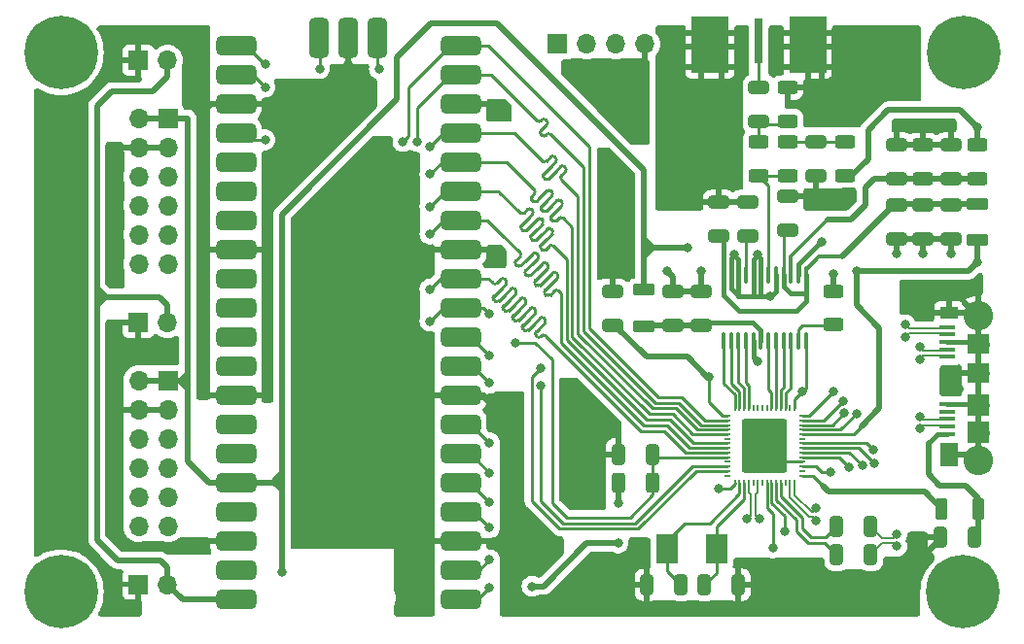
<source format=gbr>
%TF.GenerationSoftware,KiCad,Pcbnew,8.0.2*%
%TF.CreationDate,2024-05-26T23:16:47+07:00*%
%TF.ProjectId,FT600_RP2040,46543630-305f-4525-9032-3034302e6b69,rev?*%
%TF.SameCoordinates,PX7735940PY61c06a0*%
%TF.FileFunction,Copper,L1,Top*%
%TF.FilePolarity,Positive*%
%FSLAX46Y46*%
G04 Gerber Fmt 4.6, Leading zero omitted, Abs format (unit mm)*
G04 Created by KiCad (PCBNEW 8.0.2) date 2024-05-26 23:16:47*
%MOMM*%
%LPD*%
G01*
G04 APERTURE LIST*
G04 Aperture macros list*
%AMRoundRect*
0 Rectangle with rounded corners*
0 $1 Rounding radius*
0 $2 $3 $4 $5 $6 $7 $8 $9 X,Y pos of 4 corners*
0 Add a 4 corners polygon primitive as box body*
4,1,4,$2,$3,$4,$5,$6,$7,$8,$9,$2,$3,0*
0 Add four circle primitives for the rounded corners*
1,1,$1+$1,$2,$3*
1,1,$1+$1,$4,$5*
1,1,$1+$1,$6,$7*
1,1,$1+$1,$8,$9*
0 Add four rect primitives between the rounded corners*
20,1,$1+$1,$2,$3,$4,$5,0*
20,1,$1+$1,$4,$5,$6,$7,0*
20,1,$1+$1,$6,$7,$8,$9,0*
20,1,$1+$1,$8,$9,$2,$3,0*%
G04 Aperture macros list end*
%TA.AperFunction,SMDPad,CuDef*%
%ADD10RoundRect,0.250000X0.325000X0.650000X-0.325000X0.650000X-0.325000X-0.650000X0.325000X-0.650000X0*%
%TD*%
%TA.AperFunction,SMDPad,CuDef*%
%ADD11R,1.350000X0.400000*%
%TD*%
%TA.AperFunction,ComponentPad*%
%ADD12C,2.580000*%
%TD*%
%TA.AperFunction,SMDPad,CuDef*%
%ADD13R,1.900000X1.900000*%
%TD*%
%TA.AperFunction,SMDPad,CuDef*%
%ADD14R,1.900000X1.800000*%
%TD*%
%TA.AperFunction,SMDPad,CuDef*%
%ADD15R,1.600000X1.000000*%
%TD*%
%TA.AperFunction,SMDPad,CuDef*%
%ADD16R,1.600000X2.100000*%
%TD*%
%TA.AperFunction,ComponentPad*%
%ADD17C,0.800000*%
%TD*%
%TA.AperFunction,ComponentPad*%
%ADD18C,6.400000*%
%TD*%
%TA.AperFunction,SMDPad,CuDef*%
%ADD19RoundRect,0.425000X1.325000X0.425000X-1.325000X0.425000X-1.325000X-0.425000X1.325000X-0.425000X0*%
%TD*%
%TA.AperFunction,SMDPad,CuDef*%
%ADD20RoundRect,0.425000X-0.425000X1.325000X-0.425000X-1.325000X0.425000X-1.325000X0.425000X1.325000X0*%
%TD*%
%TA.AperFunction,ComponentPad*%
%ADD21R,1.700000X1.700000*%
%TD*%
%TA.AperFunction,ComponentPad*%
%ADD22O,1.700000X1.700000*%
%TD*%
%TA.AperFunction,SMDPad,CuDef*%
%ADD23R,1.900000X2.600000*%
%TD*%
%TA.AperFunction,SMDPad,CuDef*%
%ADD24RoundRect,0.250000X0.625000X-0.312500X0.625000X0.312500X-0.625000X0.312500X-0.625000X-0.312500X0*%
%TD*%
%TA.AperFunction,SMDPad,CuDef*%
%ADD25RoundRect,0.250000X0.650000X-0.325000X0.650000X0.325000X-0.650000X0.325000X-0.650000X-0.325000X0*%
%TD*%
%TA.AperFunction,SMDPad,CuDef*%
%ADD26R,0.700000X4.000000*%
%TD*%
%TA.AperFunction,SMDPad,CuDef*%
%ADD27R,3.200000X4.900000*%
%TD*%
%TA.AperFunction,SMDPad,CuDef*%
%ADD28RoundRect,0.250000X-0.275000X-0.700000X0.275000X-0.700000X0.275000X0.700000X-0.275000X0.700000X0*%
%TD*%
%TA.AperFunction,SMDPad,CuDef*%
%ADD29RoundRect,0.250000X-0.325000X-0.650000X0.325000X-0.650000X0.325000X0.650000X-0.325000X0.650000X0*%
%TD*%
%TA.AperFunction,SMDPad,CuDef*%
%ADD30RoundRect,0.100000X-0.100000X0.637500X-0.100000X-0.637500X0.100000X-0.637500X0.100000X0.637500X0*%
%TD*%
%TA.AperFunction,SMDPad,CuDef*%
%ADD31RoundRect,0.250000X0.700000X-0.275000X0.700000X0.275000X-0.700000X0.275000X-0.700000X-0.275000X0*%
%TD*%
%TA.AperFunction,SMDPad,CuDef*%
%ADD32RoundRect,0.250000X-0.625000X0.312500X-0.625000X-0.312500X0.625000X-0.312500X0.625000X0.312500X0*%
%TD*%
%TA.AperFunction,SMDPad,CuDef*%
%ADD33RoundRect,0.250000X-0.650000X0.325000X-0.650000X-0.325000X0.650000X-0.325000X0.650000X0.325000X0*%
%TD*%
%TA.AperFunction,SMDPad,CuDef*%
%ADD34RoundRect,0.093750X-0.156250X-0.031250X0.156250X-0.031250X0.156250X0.031250X-0.156250X0.031250X0*%
%TD*%
%TA.AperFunction,SMDPad,CuDef*%
%ADD35RoundRect,0.093750X0.031250X-0.156250X0.031250X0.156250X-0.031250X0.156250X-0.031250X-0.156250X0*%
%TD*%
%TA.AperFunction,SMDPad,CuDef*%
%ADD36RoundRect,0.093750X0.156250X0.031250X-0.156250X0.031250X-0.156250X-0.031250X0.156250X-0.031250X0*%
%TD*%
%TA.AperFunction,SMDPad,CuDef*%
%ADD37RoundRect,0.093750X-0.031250X0.156250X-0.031250X-0.156250X0.031250X-0.156250X0.031250X0.156250X0*%
%TD*%
%TA.AperFunction,SMDPad,CuDef*%
%ADD38RoundRect,0.195000X-1.755000X-2.155000X1.755000X-2.155000X1.755000X2.155000X-1.755000X2.155000X0*%
%TD*%
%TA.AperFunction,SMDPad,CuDef*%
%ADD39RoundRect,0.250000X0.312500X0.625000X-0.312500X0.625000X-0.312500X-0.625000X0.312500X-0.625000X0*%
%TD*%
%TA.AperFunction,SMDPad,CuDef*%
%ADD40RoundRect,0.250000X-0.700000X0.275000X-0.700000X-0.275000X0.700000X-0.275000X0.700000X0.275000X0*%
%TD*%
%TA.AperFunction,ViaPad*%
%ADD41C,0.800000*%
%TD*%
%TA.AperFunction,Conductor*%
%ADD42C,0.250000*%
%TD*%
%TA.AperFunction,Conductor*%
%ADD43C,0.500000*%
%TD*%
%TA.AperFunction,Conductor*%
%ADD44C,0.200000*%
%TD*%
%TA.AperFunction,Conductor*%
%ADD45C,0.400000*%
%TD*%
%TA.AperFunction,Conductor*%
%ADD46C,0.300000*%
%TD*%
G04 APERTURE END LIST*
D10*
%TO.P,C5,1*%
%TO.N,~{RESET_N}*%
X54975000Y15500000D03*
%TO.P,C5,2*%
%TO.N,GNDD*%
X52025000Y15500000D03*
%TD*%
D11*
%TO.P,J8,1,1*%
%TO.N,Net-(C21-Pad2)*%
X80675000Y17285000D03*
%TO.P,J8,2,2*%
%TO.N,D-*%
X80675000Y17935000D03*
%TO.P,J8,3,3*%
%TO.N,D+*%
X80675000Y18585000D03*
%TO.P,J8,4,4*%
%TO.N,unconnected-(J8-Pad4)*%
X80675000Y19235000D03*
%TO.P,J8,5,5*%
%TO.N,GNDD*%
X80675000Y19885000D03*
%TO.P,J8,6,6*%
%TO.N,SSTX-*%
X80675000Y23985000D03*
%TO.P,J8,7,7*%
%TO.N,SSTX+*%
X80675000Y24635000D03*
%TO.P,J8,8,8*%
%TO.N,GNDD*%
X80675000Y25285000D03*
%TO.P,J8,9,9*%
%TO.N,SSRX-*%
X80675000Y25935000D03*
%TO.P,J8,10,10*%
%TO.N,SSRX+*%
X80675000Y26585000D03*
D12*
%TO.P,J8,MH1,MH1*%
%TO.N,GNDD*%
X83350000Y14950000D03*
%TO.P,J8,MH2,MH2*%
X83350000Y27550000D03*
D13*
%TO.P,J8,MP1,MP1*%
X83350000Y17385000D03*
%TO.P,J8,MP2,MP2*%
X83350000Y19785000D03*
D14*
%TO.P,J8,MP3,MP3*%
X83350000Y22585000D03*
%TO.P,J8,MP4,MP4*%
X83350000Y25085000D03*
D15*
%TO.P,J8,MP5,MP5*%
X80800000Y27835000D03*
D16*
%TO.P,J8,MP6,MP6*%
X80800000Y15485000D03*
%TD*%
D17*
%TO.P,REF\u002A\u002A,1*%
%TO.N,N/C*%
X1100000Y3500000D03*
X1802944Y5197056D03*
X1802944Y1802944D03*
X3500000Y5900000D03*
D18*
X3500000Y3500000D03*
D17*
X3500000Y1100000D03*
X5197056Y5197056D03*
X5197056Y1802944D03*
X5900000Y3500000D03*
%TD*%
D19*
%TO.P,U1,1,GPIO0*%
%TO.N,DATA_0*%
X38290000Y2870000D03*
%TO.P,U1,2,GPIO1*%
%TO.N,DATA_1*%
X38290000Y5410000D03*
%TO.P,U1,3,GND*%
%TO.N,GNDD*%
X38290000Y7950000D03*
%TO.P,U1,4,GPIO2*%
%TO.N,DATA_2*%
X38290000Y10490000D03*
%TO.P,U1,5,GPIO3*%
%TO.N,DATA_3*%
X38290000Y13030000D03*
%TO.P,U1,6,GPIO4*%
%TO.N,DATA_4*%
X38290000Y15570000D03*
%TO.P,U1,7,GPIO5*%
%TO.N,DATA_5*%
X38290000Y18110000D03*
%TO.P,U1,8,GND*%
%TO.N,GNDD*%
X38290000Y20650000D03*
%TO.P,U1,9,GPIO6*%
%TO.N,DATA_6*%
X38290000Y23190000D03*
%TO.P,U1,10,GPIO7*%
%TO.N,DATA_7*%
X38290000Y25730000D03*
%TO.P,U1,11,GPIO8*%
%TO.N,CLK*%
X38290000Y28270000D03*
%TO.P,U1,12,GPIO9*%
%TO.N,OE_N*%
X38290000Y30810000D03*
%TO.P,U1,13,GND*%
%TO.N,GNDD*%
X38290000Y33350000D03*
%TO.P,U1,14,GPIO10*%
%TO.N,RD_N*%
X38290000Y35890000D03*
%TO.P,U1,15,GPIO11*%
%TO.N,WR_N*%
X38290000Y38430000D03*
%TO.P,U1,16,GPIO12*%
%TO.N,RXF_N*%
X38290000Y40970000D03*
%TO.P,U1,17,GPIO13*%
%TO.N,TXE_N*%
X38290000Y43510000D03*
%TO.P,U1,18,GND*%
%TO.N,GNDD*%
X38290000Y46050000D03*
%TO.P,U1,19,GPIO14*%
%TO.N,BE_1*%
X38290000Y48590000D03*
%TO.P,U1,20,GPIO15*%
%TO.N,BE_0*%
X38290000Y51130000D03*
%TO.P,U1,21,GPIO16*%
%TO.N,GPIO1*%
X18710000Y51130000D03*
%TO.P,U1,22,GPIO17*%
%TO.N,GPIO0*%
X18710000Y48590000D03*
%TO.P,U1,23,GND*%
%TO.N,GNDD*%
X18710000Y46050000D03*
%TO.P,U1,24,GPIO18*%
%TO.N,~{RESET_N}*%
X18710000Y43510000D03*
%TO.P,U1,25,GPIO19*%
%TO.N,unconnected-(U1-GPIO19-Pad25)*%
X18710000Y40970000D03*
%TO.P,U1,26,GPIO20*%
%TO.N,unconnected-(U1-GPIO20-Pad26)*%
X18710000Y38430000D03*
%TO.P,U1,27,GPIO21*%
%TO.N,unconnected-(U1-GPIO21-Pad27)*%
X18710000Y35890000D03*
%TO.P,U1,28,GND*%
%TO.N,GNDD*%
X18710000Y33350000D03*
%TO.P,U1,29,GPIO22*%
%TO.N,unconnected-(U1-GPIO22-Pad29)*%
X18710000Y30810000D03*
%TO.P,U1,30,RUN*%
%TO.N,unconnected-(U1-RUN-Pad30)*%
X18710000Y28270000D03*
%TO.P,U1,31,GPIO26_ADC0*%
%TO.N,unconnected-(U1-GPIO26_ADC0-Pad31)*%
X18710000Y25730000D03*
%TO.P,U1,32,GPIO27_ADC1*%
%TO.N,unconnected-(U1-GPIO27_ADC1-Pad32)*%
X18710000Y23190000D03*
%TO.P,U1,33,AGND*%
%TO.N,GNDD*%
X18710000Y20650000D03*
%TO.P,U1,34,GPIO28_ADC2*%
%TO.N,unconnected-(U1-GPIO28_ADC2-Pad34)*%
X18710000Y18110000D03*
%TO.P,U1,35,ADC_VREF*%
%TO.N,unconnected-(U1-ADC_VREF-Pad35)*%
X18710000Y15570000D03*
%TO.P,U1,36,3V3*%
%TO.N,+3.3V*%
X18710000Y13030000D03*
%TO.P,U1,37,3V3_EN*%
%TO.N,unconnected-(U1-3V3_EN-Pad37)*%
X18710000Y10490000D03*
%TO.P,U1,38,GND*%
%TO.N,GNDD*%
X18710000Y7950000D03*
%TO.P,U1,39,VSYS*%
%TO.N,unconnected-(U1-VSYS-Pad39)*%
X18710000Y5410000D03*
%TO.P,U1,40,VBUS*%
%TO.N,+5V*%
X18710000Y2870000D03*
D20*
%TO.P,U1,41,SWCLK*%
%TO.N,SWCLK*%
X31040000Y51800000D03*
%TO.P,U1,42,GND*%
%TO.N,GNDD*%
X28500000Y51800000D03*
%TO.P,U1,43,SWDIO*%
%TO.N,SWDIO*%
X25960000Y51800000D03*
%TD*%
D10*
%TO.P,C13,1*%
%TO.N,Net-(IC2-XI)*%
X57450000Y4125000D03*
%TO.P,C13,2*%
%TO.N,GNDD*%
X54500000Y4125000D03*
%TD*%
D21*
%TO.P,J4,1,Pin_1*%
%TO.N,GNDD*%
X10225000Y49830000D03*
D22*
%TO.P,J4,2,Pin_2*%
%TO.N,+5V*%
X12765000Y49830000D03*
%TD*%
D23*
%TO.P,Y1,1,1*%
%TO.N,Net-(IC2-XI)*%
X56250000Y7300000D03*
%TO.P,Y1,2,2*%
%TO.N,Net-(IC2-XO)*%
X60550000Y7300000D03*
%TD*%
D24*
%TO.P,R1,1*%
%TO.N,Net-(C1-Pad2)*%
X66750000Y44537500D03*
%TO.P,R1,2*%
%TO.N,GNDA*%
X66750000Y47462500D03*
%TD*%
D21*
%TO.P,J3,1,1*%
%TO.N,+3.3V*%
X12790000Y21920000D03*
D22*
%TO.P,J3,2,2*%
X10250000Y21920000D03*
%TO.P,J3,3,3*%
%TO.N,GNDD*%
X12790000Y19380000D03*
%TO.P,J3,4,4*%
X10250000Y19380000D03*
%TO.P,J3,5,5*%
%TO.N,DATA_7*%
X12790000Y16840000D03*
%TO.P,J3,6,6*%
%TO.N,DATA_6*%
X10250000Y16840000D03*
%TO.P,J3,7,7*%
%TO.N,DATA_5*%
X12790000Y14300000D03*
%TO.P,J3,8,8*%
%TO.N,DATA_4*%
X10250000Y14300000D03*
%TO.P,J3,9,9*%
%TO.N,DATA_3*%
X12790000Y11760000D03*
%TO.P,J3,10,10*%
%TO.N,DATA_2*%
X10250000Y11760000D03*
%TO.P,J3,11,11*%
%TO.N,DATA_1*%
X12790000Y9220000D03*
%TO.P,J3,12,12*%
%TO.N,DATA_0*%
X10250000Y9220000D03*
%TD*%
D24*
%TO.P,R4,1*%
%TO.N,Net-(U4-VIN)*%
X66750000Y39787500D03*
%TO.P,R4,2*%
%TO.N,Net-(C2-Pad2)*%
X66750000Y42712500D03*
%TD*%
D17*
%TO.P,REF\u002A\u002A,1*%
%TO.N,N/C*%
X79652944Y50552944D03*
X80355888Y52250000D03*
X80355888Y48855888D03*
X82052944Y52952944D03*
D18*
X82052944Y50552944D03*
D17*
X82052944Y48152944D03*
X83750000Y52250000D03*
X83750000Y48855888D03*
X84452944Y50552944D03*
%TD*%
D25*
%TO.P,C9,1*%
%TO.N,/DRVD*%
X59250000Y26775000D03*
%TO.P,C9,2*%
%TO.N,GNDA*%
X59250000Y29725000D03*
%TD*%
%TO.P,C12,1*%
%TO.N,/VA*%
X60750000Y34525000D03*
%TO.P,C12,2*%
%TO.N,GNDA*%
X60750000Y37475000D03*
%TD*%
D26*
%TO.P,J7,1,In*%
%TO.N,Net-(J7-In)*%
X64250000Y51500000D03*
D27*
%TO.P,J7,2,Ext*%
%TO.N,GNDA*%
X68500000Y51175000D03*
X60000000Y51175000D03*
%TD*%
D24*
%TO.P,R7,1*%
%TO.N,Net-(U4-PD)*%
X70750000Y26787500D03*
%TO.P,R7,2*%
%TO.N,GNDA*%
X70750000Y29712500D03*
%TD*%
D28*
%TO.P,FB1,1*%
%TO.N,VBUS*%
X80175000Y10750000D03*
%TO.P,FB1,2*%
%TO.N,Net-(C21-Pad2)*%
X83325000Y10750000D03*
%TD*%
D25*
%TO.P,C10,1*%
%TO.N,/VA*%
X66750000Y35025000D03*
%TO.P,C10,2*%
%TO.N,GNDA*%
X66750000Y37975000D03*
%TD*%
D29*
%TO.P,C15,1*%
%TO.N,Net-(IC2-XO)*%
X59500000Y4125000D03*
%TO.P,C15,2*%
%TO.N,GNDD*%
X62450000Y4125000D03*
%TD*%
D25*
%TO.P,C11,1*%
%TO.N,/DRVD*%
X56750000Y26775000D03*
%TO.P,C11,2*%
%TO.N,GNDA*%
X56750000Y29725000D03*
%TD*%
D10*
%TO.P,C16,1*%
%TO.N,SSTX-*%
X73975000Y6750000D03*
%TO.P,C16,2*%
%TO.N,Net-(IC2-TODN)*%
X71025000Y6750000D03*
%TD*%
%TO.P,C18,1*%
%TO.N,SSTX+*%
X73975000Y9250000D03*
%TO.P,C18,2*%
%TO.N,Net-(IC2-TODP)*%
X71025000Y9250000D03*
%TD*%
D25*
%TO.P,C17,1*%
%TO.N,Net-(U4-VRM)*%
X63250000Y34525000D03*
%TO.P,C17,2*%
%TO.N,GNDA*%
X63250000Y37475000D03*
%TD*%
D30*
%TO.P,U4,1,VA*%
%TO.N,/VA*%
X68325000Y31112500D03*
%TO.P,U4,2,AGND*%
%TO.N,GNDA*%
X67675000Y31112500D03*
%TO.P,U4,3,VRT*%
%TO.N,/VRT*%
X67025000Y31112500D03*
%TO.P,U4,4,VA*%
%TO.N,/VA*%
X66375000Y31112500D03*
%TO.P,U4,5,AGND*%
%TO.N,GNDA*%
X65725000Y31112500D03*
%TO.P,U4,6,VIN*%
%TO.N,Net-(U4-VIN)*%
X65075000Y31112500D03*
%TO.P,U4,7,GND*%
%TO.N,GNDA*%
X64425000Y31112500D03*
%TO.P,U4,8,AGND*%
X63775000Y31112500D03*
%TO.P,U4,9,VRM*%
%TO.N,Net-(U4-VRM)*%
X63125000Y31112500D03*
%TO.P,U4,10,VRB*%
%TO.N,GNDA*%
X62475000Y31112500D03*
%TO.P,U4,11,AGND*%
X61825000Y31112500D03*
%TO.P,U4,12,VA*%
%TO.N,/VA*%
X61175000Y31112500D03*
%TO.P,U4,13,D7*%
%TO.N,DATA_15*%
X61175000Y25387500D03*
%TO.P,U4,14,D6*%
%TO.N,DATA_14*%
X61825000Y25387500D03*
%TO.P,U4,15,D5*%
%TO.N,DATA_13*%
X62475000Y25387500D03*
%TO.P,U4,16,D4*%
%TO.N,DATA_12*%
X63125000Y25387500D03*
%TO.P,U4,17,DRGND*%
%TO.N,GNDA*%
X63775000Y25387500D03*
%TO.P,U4,18,DRVD*%
%TO.N,/DRVD*%
X64425000Y25387500D03*
%TO.P,U4,19,D3*%
%TO.N,DATA_11*%
X65075000Y25387500D03*
%TO.P,U4,20,D2*%
%TO.N,DATA_10*%
X65725000Y25387500D03*
%TO.P,U4,21,D1*%
%TO.N,DATA_9*%
X66375000Y25387500D03*
%TO.P,U4,22,D0*%
%TO.N,DATA_8*%
X67025000Y25387500D03*
%TO.P,U4,23,PD*%
%TO.N,Net-(U4-PD)*%
X67675000Y25387500D03*
%TO.P,U4,24,CLK*%
%TO.N,CLK*%
X68325000Y25387500D03*
%TD*%
D31*
%TO.P,FB3,1*%
%TO.N,+3.3V*%
X83250000Y34175000D03*
%TO.P,FB3,2*%
%TO.N,/VA*%
X83250000Y37325000D03*
%TD*%
D25*
%TO.P,C20,1*%
%TO.N,/VRT*%
X81000000Y39525000D03*
%TO.P,C20,2*%
%TO.N,GNDA*%
X81000000Y42475000D03*
%TD*%
D32*
%TO.P,R8,1*%
%TO.N,GNDA*%
X78500000Y42462500D03*
%TO.P,R8,2*%
%TO.N,/VRT*%
X78500000Y39537500D03*
%TD*%
D33*
%TO.P,C6,1*%
%TO.N,/VA*%
X78500000Y37225000D03*
%TO.P,C6,2*%
%TO.N,GNDA*%
X78500000Y34275000D03*
%TD*%
D34*
%TO.P,IC2,1,AVDD*%
%TO.N,Net-(IC2-AVDD)*%
X61500000Y18850000D03*
%TO.P,IC2,2,BE_0*%
%TO.N,BE_0*%
X61500000Y18450000D03*
%TO.P,IC2,3,BE_1*%
%TO.N,BE_1*%
X61500000Y18050000D03*
%TO.P,IC2,4,TXE_N*%
%TO.N,TXE_N*%
X61500000Y17650000D03*
%TO.P,IC2,5,RXF_N*%
%TO.N,RXF_N*%
X61500000Y17250000D03*
%TO.P,IC2,6,SIWU_N*%
%TO.N,unconnected-(IC2-SIWU_N-Pad6)*%
X61500000Y16850000D03*
%TO.P,IC2,7,WR_N*%
%TO.N,WR_N*%
X61500000Y16450000D03*
%TO.P,IC2,8,RD_N*%
%TO.N,RD_N*%
X61500000Y16050000D03*
%TO.P,IC2,9,OE_N*%
%TO.N,OE_N*%
X61500000Y15650000D03*
%TO.P,IC2,10,~{RESET_N}*%
%TO.N,~{RESET_N}*%
X61500000Y15250000D03*
%TO.P,IC2,11,~{WAKEUP_N}*%
%TO.N,unconnected-(IC2-~{WAKEUP_N}-Pad11)*%
X61500000Y14850000D03*
%TO.P,IC2,12,GPIO0*%
%TO.N,GPIO0*%
X61500000Y14450000D03*
%TO.P,IC2,13,GPIO1*%
%TO.N,GPIO1*%
X61500000Y14050000D03*
%TO.P,IC2,14,RESERVED*%
%TO.N,unconnected-(IC2-RESERVED-Pad14)*%
X61500000Y13650000D03*
D35*
%TO.P,IC2,15,VCC33*%
%TO.N,+3.3V*%
X62150000Y13000000D03*
%TO.P,IC2,16,XI*%
%TO.N,Net-(IC2-XI)*%
X62550000Y13000000D03*
%TO.P,IC2,17,XO*%
%TO.N,Net-(IC2-XO)*%
X62950000Y13000000D03*
%TO.P,IC2,18,DP*%
%TO.N,D+*%
X63350000Y13000000D03*
%TO.P,IC2,19*%
%TO.N,N/C*%
X63750000Y13000000D03*
%TO.P,IC2,20,DM*%
%TO.N,D-*%
X64150000Y13000000D03*
%TO.P,IC2,21,RREF*%
%TO.N,unconnected-(IC2-RREF-Pad21)*%
X64550000Y13000000D03*
%TO.P,IC2,22,VDDA*%
%TO.N,+3.3V*%
X64950000Y13000000D03*
%TO.P,IC2,23,VD10*%
%TO.N,Net-(IC2-AVDD)*%
X65350000Y13000000D03*
%TO.P,IC2,24,TODN*%
%TO.N,Net-(IC2-TODN)*%
X65750000Y13000000D03*
%TO.P,IC2,25,TODP*%
%TO.N,Net-(IC2-TODP)*%
X66150000Y13000000D03*
%TO.P,IC2,26*%
%TO.N,N/C*%
X66550000Y13000000D03*
%TO.P,IC2,27,RIDN*%
%TO.N,SSRX-*%
X66950000Y13000000D03*
%TO.P,IC2,28,RIDP*%
%TO.N,SSRX+*%
X67350000Y13000000D03*
D36*
%TO.P,IC2,29,VBUS*%
%TO.N,VBUS*%
X68000000Y13650000D03*
%TO.P,IC2,30*%
%TO.N,N/C*%
X68000000Y14050000D03*
%TO.P,IC2,31,DV10*%
%TO.N,Net-(IC2-AVDD)*%
X68000000Y14450000D03*
%TO.P,IC2,32,GND*%
%TO.N,GNDD*%
X68000000Y14850000D03*
%TO.P,IC2,33,DATA_0*%
%TO.N,DATA_0*%
X68000000Y15250000D03*
%TO.P,IC2,34,DATA_1*%
%TO.N,DATA_1*%
X68000000Y15650000D03*
%TO.P,IC2,35,DATA_2*%
%TO.N,DATA_2*%
X68000000Y16050000D03*
%TO.P,IC2,36,DATA_3*%
%TO.N,DATA_3*%
X68000000Y16450000D03*
%TO.P,IC2,37*%
%TO.N,N/C*%
X68000000Y16850000D03*
%TO.P,IC2,38,VCCIO*%
%TO.N,+3.3V*%
X68000000Y17250000D03*
%TO.P,IC2,39,DATA_4*%
%TO.N,DATA_4*%
X68000000Y17650000D03*
%TO.P,IC2,40,DATA_5*%
%TO.N,DATA_5*%
X68000000Y18050000D03*
%TO.P,IC2,41,DATA_6*%
%TO.N,DATA_6*%
X68000000Y18450000D03*
%TO.P,IC2,42,DATA_7*%
%TO.N,DATA_7*%
X68000000Y18850000D03*
D37*
%TO.P,IC2,43,CLK*%
%TO.N,CLK*%
X67350000Y19500000D03*
%TO.P,IC2,44*%
%TO.N,N/C*%
X66950000Y19500000D03*
%TO.P,IC2,45,DATA_8*%
%TO.N,DATA_8*%
X66550000Y19500000D03*
%TO.P,IC2,46,DATA_9*%
%TO.N,DATA_9*%
X66150000Y19500000D03*
%TO.P,IC2,47,DATA_10*%
%TO.N,DATA_10*%
X65750000Y19500000D03*
%TO.P,IC2,48,DATA_11*%
%TO.N,DATA_11*%
X65350000Y19500000D03*
%TO.P,IC2,49*%
%TO.N,N/C*%
X64950000Y19500000D03*
%TO.P,IC2,50*%
X64550000Y19500000D03*
%TO.P,IC2,51*%
X64150000Y19500000D03*
%TO.P,IC2,52*%
X63750000Y19500000D03*
%TO.P,IC2,53,DATA_12*%
%TO.N,DATA_12*%
X63350000Y19500000D03*
%TO.P,IC2,54,DATA_13*%
%TO.N,DATA_13*%
X62950000Y19500000D03*
%TO.P,IC2,55,DATA_14*%
%TO.N,DATA_14*%
X62550000Y19500000D03*
%TO.P,IC2,56,DATA_15*%
%TO.N,DATA_15*%
X62150000Y19500000D03*
D38*
%TO.P,IC2,PAD*%
%TO.N,N/C*%
X64750000Y16250000D03*
%TD*%
D17*
%TO.P,REF\u002A\u002A,1*%
%TO.N,N/C*%
X1100000Y50500000D03*
X1802944Y52197056D03*
X1802944Y48802944D03*
X3500000Y52900000D03*
D18*
X3500000Y50500000D03*
D17*
X3500000Y48100000D03*
X5197056Y52197056D03*
X5197056Y48802944D03*
X5900000Y50500000D03*
%TD*%
D25*
%TO.P,C14,1*%
%TO.N,Net-(IC2-AVDD)*%
X51500000Y26775000D03*
%TO.P,C14,2*%
%TO.N,GNDD*%
X51500000Y29725000D03*
%TD*%
D17*
%TO.P,REF\u002A\u002A,1*%
%TO.N,N/C*%
X79600000Y3500000D03*
X80302944Y5197056D03*
X80302944Y1802944D03*
X82000000Y5900000D03*
D18*
X82000000Y3500000D03*
D17*
X82000000Y1100000D03*
X83697056Y5197056D03*
X83697056Y1802944D03*
X84400000Y3500000D03*
%TD*%
D32*
%TO.P,R9,1*%
%TO.N,+3.3V*%
X83250000Y42462500D03*
%TO.P,R9,2*%
%TO.N,/VRT*%
X83250000Y39537500D03*
%TD*%
D39*
%TO.P,R6,1*%
%TO.N,~{RESET_N}*%
X54962500Y13000000D03*
%TO.P,R6,2*%
%TO.N,+3.3V*%
X52037500Y13000000D03*
%TD*%
D32*
%TO.P,R2,1*%
%TO.N,Net-(C1-Pad2)*%
X64250000Y42712500D03*
%TO.P,R2,2*%
%TO.N,Net-(U4-VIN)*%
X64250000Y39787500D03*
%TD*%
D33*
%TO.P,C1,1*%
%TO.N,Net-(J7-In)*%
X64250000Y47475000D03*
%TO.P,C1,2*%
%TO.N,Net-(C1-Pad2)*%
X64250000Y44525000D03*
%TD*%
D29*
%TO.P,C21,1*%
%TO.N,GNDD*%
X80025000Y8250000D03*
%TO.P,C21,2*%
%TO.N,Net-(C21-Pad2)*%
X82975000Y8250000D03*
%TD*%
D21*
%TO.P,J5,1,1*%
%TO.N,+3.3V*%
X12790000Y44780000D03*
D22*
%TO.P,J5,2,2*%
X10250000Y44780000D03*
%TO.P,J5,3,3*%
%TO.N,GNDD*%
X12790000Y42240000D03*
%TO.P,J5,4,4*%
X10250000Y42240000D03*
%TO.P,J5,5,5*%
%TO.N,BE_0*%
X12790000Y39700000D03*
%TO.P,J5,6,6*%
%TO.N,BE_1*%
X10250000Y39700000D03*
%TO.P,J5,7,7*%
%TO.N,TXE_N*%
X12790000Y37160000D03*
%TO.P,J5,8,8*%
%TO.N,RXF_N*%
X10250000Y37160000D03*
%TO.P,J5,9,9*%
%TO.N,WR_N*%
X12790000Y34620000D03*
%TO.P,J5,10,10*%
%TO.N,RD_N*%
X10250000Y34620000D03*
%TO.P,J5,11,11*%
%TO.N,OE_N*%
X12790000Y32080000D03*
%TO.P,J5,12,12*%
%TO.N,CLK*%
X10250000Y32080000D03*
%TD*%
D40*
%TO.P,FB2,1*%
%TO.N,+3.3V*%
X54250000Y29825000D03*
%TO.P,FB2,2*%
%TO.N,/DRVD*%
X54250000Y26675000D03*
%TD*%
D33*
%TO.P,C8,1*%
%TO.N,/VA*%
X76250000Y37225000D03*
%TO.P,C8,2*%
%TO.N,GNDA*%
X76250000Y34275000D03*
%TD*%
D32*
%TO.P,R3,1*%
%TO.N,Net-(C2-Pad2)*%
X71750000Y42712500D03*
%TO.P,R3,2*%
%TO.N,+3.3V*%
X71750000Y39787500D03*
%TD*%
D21*
%TO.P,J6,1,Pin_1*%
%TO.N,GNDD*%
X10225000Y4170000D03*
D22*
%TO.P,J6,2,Pin_2*%
%TO.N,+5V*%
X12765000Y4170000D03*
%TD*%
D25*
%TO.P,C19,1*%
%TO.N,/VRT*%
X76250000Y39525000D03*
%TO.P,C19,2*%
%TO.N,GNDA*%
X76250000Y42475000D03*
%TD*%
%TO.P,C2,1*%
%TO.N,GNDA*%
X69250000Y39775000D03*
%TO.P,C2,2*%
%TO.N,Net-(C2-Pad2)*%
X69250000Y42725000D03*
%TD*%
D33*
%TO.P,C7,1*%
%TO.N,/VA*%
X81000000Y37225000D03*
%TO.P,C7,2*%
%TO.N,GNDA*%
X81000000Y34275000D03*
%TD*%
D21*
%TO.P,J1,1,Pin_1*%
%TO.N,+5V*%
X46700000Y51250000D03*
D22*
%TO.P,J1,2,Pin_2*%
%TO.N,SWCLK*%
X49240000Y51250000D03*
%TO.P,J1,3,Pin_3*%
%TO.N,SWDIO*%
X51780000Y51250000D03*
%TO.P,J1,4,Pin_4*%
%TO.N,GNDD*%
X54320000Y51250000D03*
%TD*%
D21*
%TO.P,J2,1,Pin_1*%
%TO.N,GNDD*%
X10225000Y27000000D03*
D22*
%TO.P,J2,2,Pin_2*%
%TO.N,+5V*%
X12765000Y27000000D03*
%TD*%
D41*
%TO.N,GNDD*%
X29000000Y40750000D03*
%TO.N,GNDA*%
X57500000Y48000000D03*
X62750000Y51000000D03*
X56500000Y49500000D03*
X56500000Y51000000D03*
X70750000Y47500000D03*
X71250000Y49250000D03*
X71250000Y51000000D03*
X71250000Y52250000D03*
X58750000Y37500000D03*
%TO.N,GNDD*%
X53000000Y31500000D03*
X53000000Y35250000D03*
X53000000Y38750000D03*
X50750000Y35250000D03*
X50750000Y38750000D03*
X50750000Y41500000D03*
%TO.N,GNDA*%
X62750000Y49500000D03*
X62750000Y52250000D03*
X65750000Y49500000D03*
X65750000Y52250000D03*
X74000000Y52250000D03*
X77750000Y52250000D03*
X70750000Y38000000D03*
X72250000Y38000000D03*
X56500000Y52400000D03*
X55750000Y47500000D03*
X55750000Y45500000D03*
X55750000Y43500000D03*
X55750000Y41500000D03*
X55750000Y37500000D03*
%TO.N,GNDD*%
X54000000Y46000000D03*
X54000000Y48500000D03*
X54000000Y43000000D03*
X52500000Y44250000D03*
X50750000Y46000000D03*
X77750000Y28250000D03*
X77750000Y30250000D03*
X81000000Y22500000D03*
X25500000Y41250000D03*
X26750000Y42750000D03*
X31500000Y29500000D03*
X32250000Y25750000D03*
X28250000Y25750000D03*
X24250000Y25750000D03*
X28250000Y29500000D03*
X32250000Y21250000D03*
X28250000Y21250000D03*
X24250000Y21250000D03*
X24250000Y29500000D03*
X35500000Y4500000D03*
X33250000Y6000000D03*
%TO.N,+3.3V*%
X60750000Y12500000D03*
X44500000Y4000000D03*
X22750000Y5250000D03*
X72750000Y31500000D03*
X83250000Y44000000D03*
X52000000Y11250000D03*
X58000000Y33500000D03*
X83250000Y32250000D03*
X52000000Y7750000D03*
X65450000Y7350000D03*
%TO.N,DATA_5*%
X40800000Y16500000D03*
X71675000Y19100000D03*
%TO.N,BE_0*%
X33250000Y42750000D03*
%TO.N,DATA_4*%
X72750000Y19050000D03*
X40800000Y13900000D03*
%TO.N,BE_1*%
X34500000Y42750000D03*
%TO.N,Net-(IC2-AVDD)*%
X70500000Y13975000D03*
X66475000Y8775000D03*
X59900000Y22250000D03*
%TO.N,SSRX-*%
X69250000Y9725000D03*
X77000000Y25735000D03*
%TO.N,TXE_N*%
X35600000Y42300000D03*
%TO.N,SWCLK*%
X31200000Y49100000D03*
%TO.N,SWDIO*%
X26000000Y49100000D03*
%TO.N,GPIO0*%
X45250000Y21500000D03*
X21250000Y47500000D03*
%TO.N,CLK*%
X40750000Y27750000D03*
X35600000Y27100000D03*
X68050000Y20975000D03*
%TO.N,DATA_2*%
X40800000Y9100000D03*
X74300000Y14700000D03*
%TO.N,DATA_7*%
X70750000Y21000000D03*
X40800000Y24100000D03*
%TO.N,~{RESET_N}*%
X43050000Y25225000D03*
X21250000Y42900000D03*
%TO.N,D-*%
X78300000Y17735000D03*
X64275000Y9875000D03*
%TO.N,GPIO1*%
X45250000Y23000000D03*
X21250000Y49500000D03*
%TO.N,RXF_N*%
X35600000Y39900000D03*
%TO.N,D+*%
X63225000Y9875000D03*
X78300000Y18785000D03*
%TO.N,WR_N*%
X35600000Y37100000D03*
%TO.N,DATA_6*%
X40800000Y21700000D03*
X71550000Y20150000D03*
%TO.N,DATA_3*%
X40800000Y11300000D03*
X74200000Y15900000D03*
%TO.N,DATA_0*%
X40800000Y3900000D03*
X72125000Y14375000D03*
%TO.N,SSRX+*%
X69250000Y10775000D03*
X77000000Y26785000D03*
%TO.N,GNDD*%
X28500000Y49500000D03*
X78750000Y6825000D03*
X35500000Y25500000D03*
X52800000Y4100000D03*
X21750000Y45250000D03*
X46750000Y7000000D03*
X35500000Y2000000D03*
X50400000Y14350000D03*
X8000000Y8500000D03*
X30250000Y46250000D03*
X41750000Y32500000D03*
X64750000Y14500000D03*
X33250000Y2000000D03*
X26250000Y46750000D03*
X54000000Y6250000D03*
X54000000Y7750000D03*
X47950000Y11600000D03*
X64000000Y4100000D03*
X8250000Y30500000D03*
X63250000Y14500000D03*
X28250000Y46250000D03*
X48000000Y21750000D03*
X50750000Y31500000D03*
X15750000Y42750000D03*
X45500000Y5750000D03*
X42250000Y45000000D03*
X47500000Y49250000D03*
X50425000Y11550000D03*
X31250000Y42750000D03*
X66250000Y14500000D03*
X30250000Y42000000D03*
%TO.N,GNDA*%
X68525000Y47475000D03*
X78500000Y44000000D03*
X64125000Y32875000D03*
X62250000Y39000000D03*
X68750000Y46000000D03*
X62250000Y41500000D03*
X81000000Y44000000D03*
X76250000Y33000000D03*
X60775000Y38925000D03*
X62125000Y32875000D03*
X65250000Y29250000D03*
X69750000Y34000000D03*
X56250000Y31500000D03*
X68975000Y37975000D03*
X62250000Y43500000D03*
X71500000Y44500000D03*
X78500000Y33000000D03*
X70750000Y31250000D03*
X64100000Y23625000D03*
X81000000Y33000000D03*
X76250000Y44050000D03*
X62250000Y45500000D03*
X59250000Y31500000D03*
X62250000Y47500000D03*
X68750000Y44500000D03*
%TO.N,RD_N*%
X35600000Y34700000D03*
%TO.N,DATA_1*%
X73250000Y14500000D03*
X40800000Y6300000D03*
%TO.N,OE_N*%
X35600000Y29900000D03*
%TO.N,SSTX-*%
X76250000Y7475000D03*
X78250000Y23785000D03*
%TO.N,SSTX+*%
X78250000Y24835000D03*
X76250000Y8525000D03*
%TD*%
D42*
%TO.N,DATA_12*%
X63350000Y21525000D02*
X63350000Y19500000D01*
X63125000Y21750000D02*
X63350000Y21525000D01*
X63125000Y25387500D02*
X63125000Y21750000D01*
%TO.N,DATA_13*%
X62950000Y21300000D02*
X62475000Y21775000D01*
X62475000Y21775000D02*
X62475000Y25387500D01*
X62950000Y19500000D02*
X62950000Y21300000D01*
%TO.N,DATA_14*%
X62550000Y20950000D02*
X62550000Y19500000D01*
X61825000Y21675000D02*
X62550000Y20950000D01*
X61825000Y25387500D02*
X61825000Y21675000D01*
%TO.N,DATA_15*%
X61175000Y21662500D02*
X61175000Y25387500D01*
X62150000Y19500000D02*
X62150000Y20687500D01*
X62150000Y20687500D02*
X61175000Y21662500D01*
%TO.N,DATA_9*%
X66375000Y21356250D02*
X66375000Y25387500D01*
X66150000Y21131250D02*
X66375000Y21356250D01*
X66150000Y19500000D02*
X66150000Y21131250D01*
%TO.N,DATA_11*%
X65350000Y20900000D02*
X65075000Y21175000D01*
X65075000Y21175000D02*
X65075000Y25387500D01*
X65350000Y19500000D02*
X65350000Y20900000D01*
%TO.N,DATA_8*%
X66550000Y20800000D02*
X67025000Y21275000D01*
X66550000Y19500000D02*
X66550000Y20800000D01*
X67025000Y21275000D02*
X67025000Y25387500D01*
D43*
%TO.N,Net-(IC2-AVDD)*%
X54500000Y24000000D02*
X51725000Y26775000D01*
X58000000Y24000000D02*
X54500000Y24000000D01*
X59750000Y22250000D02*
X58000000Y24000000D01*
X59900000Y22250000D02*
X59750000Y22250000D01*
X51725000Y26775000D02*
X51500000Y26775000D01*
%TO.N,GNDA*%
X71337500Y49250000D02*
X69662500Y49250000D01*
X67587500Y49250000D02*
X65912500Y49250000D01*
X62837500Y49250000D02*
X61162500Y49250000D01*
X59087500Y49250000D02*
X57412500Y49250000D01*
X68500000Y47662500D02*
X68500000Y49337500D01*
X69750000Y47662500D02*
X69750000Y49337500D01*
X69412500Y51000000D02*
X71087500Y51000000D01*
X69412500Y52250000D02*
X71087500Y52250000D01*
X65662500Y51000000D02*
X67337500Y51000000D01*
X65912500Y52250000D02*
X67587500Y52250000D01*
X61000000Y49337500D02*
X61000000Y47662500D01*
X59250000Y49337500D02*
X59250000Y47662500D01*
X62837500Y51000000D02*
X61162500Y51000000D01*
X59087500Y51000000D02*
X57412500Y51000000D01*
X59162500Y52250000D02*
X57487500Y52250000D01*
X61075000Y52250000D02*
X60000000Y51175000D01*
X62750000Y52250000D02*
X61075000Y52250000D01*
D42*
%TO.N,Net-(IC2-XO)*%
X62950000Y11600000D02*
X62950000Y13000000D01*
X60550000Y9200000D02*
X62950000Y11600000D01*
X60550000Y7300000D02*
X60550000Y9200000D01*
D43*
%TO.N,GNDD*%
X83350000Y27550000D02*
X83350000Y30000000D01*
X83350000Y30350000D02*
X83500000Y30500000D01*
%TO.N,+3.3V*%
X22750000Y5250000D02*
X22700000Y5300000D01*
X22700000Y5300000D02*
X22700000Y12400000D01*
X22070000Y13220000D02*
X22700000Y13850000D01*
X74750000Y26500000D02*
X74750000Y19500000D01*
X41475000Y53075000D02*
X35700000Y53075000D01*
X14500000Y22250000D02*
X14170000Y21920000D01*
X10250000Y21920000D02*
X12790000Y21920000D01*
X13830000Y21920000D02*
X14500000Y21250000D01*
X22705000Y13030000D02*
X22700000Y13035000D01*
X54250000Y32750000D02*
X54250000Y34250000D01*
X14500000Y44735000D02*
X14500000Y23250000D01*
X73750000Y41250000D02*
X73750000Y43750000D01*
X81750000Y45500000D02*
X83250000Y44000000D01*
X22075000Y13030000D02*
X22070000Y13030000D01*
X71750000Y39787500D02*
X72287500Y39787500D01*
X14500000Y14900000D02*
X14500000Y21250000D01*
X14170000Y21920000D02*
X12790000Y21920000D01*
X22070000Y13030000D02*
X22700000Y12400000D01*
X19610000Y13030000D02*
X21750000Y13030000D01*
X22075000Y13030000D02*
X22705000Y13030000D01*
X22700000Y13035000D02*
X22700000Y13850000D01*
X54250000Y34250000D02*
X54250000Y40300000D01*
X72287500Y39787500D02*
X73750000Y41250000D01*
X22700000Y36375000D02*
X22700000Y13850000D01*
X12790000Y44780000D02*
X14545000Y44780000D01*
X74750000Y19500000D02*
X73200000Y17950000D01*
D42*
X62150000Y13000000D02*
X62150000Y12900000D01*
D43*
X54250000Y33500000D02*
X54250000Y32000000D01*
D42*
X72500000Y17250000D02*
X68000000Y17250000D01*
D43*
X83250000Y44000000D02*
X83250000Y42462500D01*
X55000000Y33500000D02*
X54250000Y33500000D01*
X72750000Y28500000D02*
X74750000Y26500000D01*
X14500000Y22500000D02*
X14500000Y23250000D01*
X55000000Y33500000D02*
X54250000Y34250000D01*
D42*
X62150000Y12900000D02*
X61750000Y12500000D01*
D43*
X54250000Y31000000D02*
X54250000Y32250000D01*
X22700000Y13025000D02*
X22700000Y12400000D01*
X58000000Y33500000D02*
X55000000Y33500000D01*
X52000000Y12962500D02*
X52037500Y13000000D01*
X52000000Y7750000D02*
X49250000Y7750000D01*
X14545000Y44780000D02*
X14500000Y44735000D01*
X21750000Y13030000D02*
X22070000Y13030000D01*
X22070000Y13030000D02*
X22070000Y13220000D01*
X83250000Y34175000D02*
X83250000Y32250000D01*
X12790000Y21920000D02*
X13830000Y21920000D01*
X10250000Y44780000D02*
X12790000Y44780000D01*
D42*
X64950000Y10800000D02*
X64950000Y13000000D01*
D43*
X22705000Y13030000D02*
X22700000Y13025000D01*
X52000000Y11250000D02*
X52000000Y12962500D01*
X13900000Y21920000D02*
X14230000Y21920000D01*
D42*
X61750000Y12500000D02*
X60750000Y12500000D01*
X73200000Y17950000D02*
X72500000Y17250000D01*
D43*
X54250000Y40300000D02*
X41475000Y53075000D01*
X54250000Y32000000D02*
X54250000Y32750000D01*
X14500000Y21250000D02*
X14500000Y22500000D01*
X72750000Y31500000D02*
X72750000Y28500000D01*
X16370000Y13030000D02*
X14500000Y14900000D01*
X14275000Y21920000D02*
X13900000Y21920000D01*
X73750000Y43750000D02*
X75500000Y45500000D01*
X72750000Y31500000D02*
X82500000Y31500000D01*
X32750000Y46425000D02*
X22700000Y36375000D01*
D42*
X65450000Y7350000D02*
X65450000Y10300000D01*
D43*
X32750000Y50125000D02*
X32750000Y46425000D01*
X19610000Y13030000D02*
X16370000Y13030000D01*
X55000000Y33500000D02*
X54250000Y32750000D01*
X75500000Y45500000D02*
X81750000Y45500000D01*
X82500000Y31500000D02*
X83250000Y32250000D01*
X21750000Y13030000D02*
X22075000Y13030000D01*
X35700000Y53075000D02*
X32750000Y50125000D01*
X49250000Y7750000D02*
X45500000Y4000000D01*
X12790000Y21920000D02*
X13920000Y21920000D01*
X54250000Y31000000D02*
X54250000Y29825000D01*
X54250000Y32000000D02*
X54250000Y31000000D01*
X45500000Y4000000D02*
X44500000Y4000000D01*
D42*
X65450000Y10300000D02*
X64950000Y10800000D01*
D43*
X13920000Y21920000D02*
X14500000Y22500000D01*
D42*
%TO.N,DATA_5*%
X71675000Y19100000D02*
X70625000Y18050000D01*
X39190000Y18110000D02*
X37390000Y18110000D01*
X70625000Y18050000D02*
X68000000Y18050000D01*
X40800000Y16500000D02*
X39190000Y18110000D01*
%TO.N,BE_0*%
X49500000Y42300000D02*
X49500000Y26500000D01*
X40670000Y51130000D02*
X49500000Y42300000D01*
X57500000Y20500000D02*
X59550000Y18450000D01*
X49500000Y26500000D02*
X55500000Y20500000D01*
X59550000Y18450000D02*
X61500000Y18450000D01*
X33750000Y47490000D02*
X37390000Y51130000D01*
X33750000Y43250000D02*
X33750000Y47490000D01*
X55500000Y20500000D02*
X57500000Y20500000D01*
X37390000Y51130000D02*
X40670000Y51130000D01*
X33250000Y42750000D02*
X33750000Y43250000D01*
D43*
%TO.N,+5V*%
X6600000Y29175000D02*
X6625000Y29200000D01*
X6625000Y29200000D02*
X7575000Y29200000D01*
X12100000Y29200000D02*
X12765000Y28535000D01*
X7325000Y29200000D02*
X6600000Y28475000D01*
X6600000Y45900000D02*
X6600000Y29975000D01*
X7575000Y29200000D02*
X7325000Y29200000D01*
X8400000Y6250000D02*
X6600000Y8050000D01*
X12765000Y48440000D02*
X11500000Y47175000D01*
X12765000Y49830000D02*
X12765000Y48440000D01*
X7575000Y29200000D02*
X12100000Y29200000D01*
X7875000Y47175000D02*
X6600000Y45900000D01*
X7575000Y29200000D02*
X7400000Y29200000D01*
X14065000Y2870000D02*
X12765000Y4170000D01*
X11500000Y47175000D02*
X7875000Y47175000D01*
X12765000Y4170000D02*
X12765000Y5610000D01*
X6600000Y28475000D02*
X6600000Y29975000D01*
X6625000Y29975000D02*
X6600000Y29975000D01*
X12125000Y6250000D02*
X8400000Y6250000D01*
X19610000Y2870000D02*
X14065000Y2870000D01*
X12765000Y28535000D02*
X12765000Y27000000D01*
X7400000Y29200000D02*
X6625000Y29975000D01*
X6600000Y8050000D02*
X6600000Y28475000D01*
X12765000Y5610000D02*
X12125000Y6250000D01*
D42*
%TO.N,DATA_4*%
X40800000Y13900000D02*
X39130000Y15570000D01*
X71350000Y17650000D02*
X68000000Y17650000D01*
X39130000Y15570000D02*
X37390000Y15570000D01*
X72750000Y19050000D02*
X71350000Y17650000D01*
%TO.N,DATA_10*%
X65750000Y25362500D02*
X65725000Y25387500D01*
X65750000Y19500000D02*
X65750000Y25362500D01*
%TO.N,BE_1*%
X34500000Y42750000D02*
X34500000Y45700000D01*
X49000000Y26250000D02*
X49000000Y40500000D01*
X45363185Y44649661D02*
X45276467Y44562944D01*
X49000000Y40500000D02*
X46125000Y43375000D01*
X44852204Y44647796D02*
X44250000Y45250000D01*
X45359475Y43288299D02*
X45274619Y43373155D01*
X45531027Y43968973D02*
X45700732Y44138679D01*
X40910000Y48590000D02*
X37390000Y48590000D01*
X55250000Y20000000D02*
X49000000Y26250000D01*
X45531025Y43968973D02*
X45531027Y43968973D01*
X59200000Y18050000D02*
X57250000Y20000000D01*
X44937056Y44562944D02*
X44852204Y44647796D01*
X45700732Y44138679D02*
X45787450Y44225397D01*
X45787450Y44564808D02*
X45702597Y44649661D01*
X57250000Y20000000D02*
X55250000Y20000000D01*
X44250000Y45250000D02*
X40910000Y48590000D01*
X45785588Y43375000D02*
X45698885Y43288300D01*
X45361320Y43799268D02*
X45531025Y43968973D01*
X45274618Y43712567D02*
X45361320Y43799268D01*
X34500000Y45700000D02*
X37390000Y48590000D01*
X61500000Y18050000D02*
X59200000Y18050000D01*
X46125000Y43375000D02*
G75*
G03*
X45785588Y43375000I-169706J-169701D01*
G01*
X45698885Y43288300D02*
G75*
G02*
X45359496Y43288319I-169685J169700D01*
G01*
X45276467Y44562944D02*
G75*
G02*
X44937055Y44562943I-169706J169703D01*
G01*
X45787450Y44225397D02*
G75*
G03*
X45787448Y44564806I-169750J169703D01*
G01*
X45274619Y43373155D02*
G75*
G02*
X45274579Y43712606I169681J169745D01*
G01*
X45702597Y44649661D02*
G75*
G03*
X45363185Y44649661I-169706J-169704D01*
G01*
%TO.N,Net-(IC2-AVDD)*%
X59900000Y22250000D02*
X59900000Y20050000D01*
X61100000Y18850000D02*
X61500000Y18850000D01*
X70500000Y13975000D02*
X69725000Y13975000D01*
X59900000Y20050000D02*
X61100000Y18850000D01*
X66475000Y8775000D02*
X66475000Y10100000D01*
X69725000Y13975000D02*
X69250000Y14450000D01*
X66475000Y10100000D02*
X65350000Y11225000D01*
X69250000Y14450000D02*
X68000000Y14450000D01*
X65350000Y11225000D02*
X65350000Y13000000D01*
D44*
%TO.N,SSRX-*%
X77299999Y26034999D02*
X77000000Y25735000D01*
X66950000Y13000000D02*
X66924999Y12974999D01*
X80575001Y26034999D02*
X77299999Y26034999D01*
X66924999Y12974999D02*
X66924999Y11756801D01*
X80675000Y25935000D02*
X80575001Y26034999D01*
X66924999Y11756801D02*
X68656801Y10024999D01*
X68656801Y10024999D02*
X68950001Y10024999D01*
X68950001Y10024999D02*
X69250000Y9725000D01*
D42*
%TO.N,Net-(IC2-TODP)*%
X70050000Y8275000D02*
X68750000Y8275000D01*
X68750000Y8275000D02*
X68000000Y9025000D01*
X66150000Y11850000D02*
X66150000Y13000000D01*
X68000000Y9025000D02*
X68000000Y10000000D01*
X71025000Y9250000D02*
X70050000Y8275000D01*
X68000000Y10000000D02*
X66150000Y11850000D01*
%TO.N,TXE_N*%
X48500000Y26000000D02*
X55000000Y19500000D01*
X45765281Y41074130D02*
X46118003Y41426855D01*
X55000000Y19500000D02*
X57000000Y19500000D01*
X45497429Y39618345D02*
X45582281Y39533493D01*
X46542267Y41002590D02*
X46189542Y40649868D01*
X46444100Y40055901D02*
X46444100Y40055900D01*
X57000000Y19500000D02*
X58850000Y17650000D01*
X47038068Y39461932D02*
X47122921Y39377079D01*
X35600000Y42300000D02*
X36810000Y43510000D01*
X46613804Y40225607D02*
X46966609Y40578412D01*
X46444100Y40055900D02*
X46613804Y40225607D01*
X46189542Y40649868D02*
X46019837Y40480163D01*
X47390873Y40154147D02*
X47038069Y39801342D01*
X45921693Y39533493D02*
X46444100Y40055901D01*
X47896985Y38603015D02*
X48500000Y38000000D01*
X47122921Y39377079D02*
X47896985Y38603015D01*
X47306021Y40578411D02*
X47390873Y40493559D01*
X36810000Y43510000D02*
X37390000Y43510000D01*
X46457415Y41426854D02*
X46542267Y41342002D01*
X46019837Y40480163D02*
X45497429Y39957756D01*
X58850000Y17650000D02*
X61500000Y17650000D01*
X37390000Y43510000D02*
X42990000Y43510000D01*
X42990000Y43510000D02*
X45425869Y41074131D01*
X48500000Y38000000D02*
X48500000Y26000000D01*
X47038069Y39801342D02*
G75*
G03*
X47038031Y39461896I169731J-169742D01*
G01*
X46966609Y40578412D02*
G75*
G02*
X47306006Y40578397I169691J-169712D01*
G01*
X47390873Y40493559D02*
G75*
G02*
X47390826Y40154194I-169673J-169659D01*
G01*
X46118003Y41426855D02*
G75*
G02*
X46457407Y41426846I169697J-169755D01*
G01*
X45582281Y39533493D02*
G75*
G03*
X45921693Y39533493I169706J169704D01*
G01*
X46542267Y41342002D02*
G75*
G02*
X46542263Y41002594I-169667J-169702D01*
G01*
X45425869Y41074131D02*
G75*
G03*
X45765306Y41074105I169731J169669D01*
G01*
X45497429Y39957756D02*
G75*
G03*
X45497478Y39618395I169671J-169656D01*
G01*
%TO.N,Net-(IC2-TODN)*%
X68525000Y7775000D02*
X67500000Y8800000D01*
X71025000Y6750000D02*
X70000000Y7775000D01*
X67500000Y8800000D02*
X67500000Y9775000D01*
X67500000Y9775000D02*
X65750000Y11525000D01*
X65750000Y11525000D02*
X65750000Y13000000D01*
X70000000Y7775000D02*
X68525000Y7775000D01*
%TO.N,SWCLK*%
X31040000Y49260000D02*
X31200000Y49100000D01*
X31040000Y50900000D02*
X31040000Y49260000D01*
%TO.N,SWDIO*%
X26000000Y50860000D02*
X26000000Y49100000D01*
X25960000Y50900000D02*
X26000000Y50860000D01*
%TO.N,GPIO0*%
X21250000Y47500000D02*
X20160000Y48590000D01*
X45250000Y21500000D02*
X45250000Y11450000D01*
X45250000Y11450000D02*
X47200000Y9500000D01*
X20160000Y48590000D02*
X19610000Y48590000D01*
X58450000Y14450000D02*
X61500000Y14450000D01*
X53500000Y9500000D02*
X58450000Y14450000D01*
X47200000Y9500000D02*
X53500000Y9500000D01*
%TO.N,Net-(IC2-XI)*%
X56250000Y5325000D02*
X56250000Y7300000D01*
X62550000Y12050000D02*
X60000000Y9500000D01*
X57800000Y9500000D02*
X56575000Y8275000D01*
X62550000Y13000000D02*
X62550000Y12050000D01*
X56575000Y8275000D02*
X56075000Y8275000D01*
X57450000Y4125000D02*
X56250000Y5325000D01*
X60000000Y9500000D02*
X57800000Y9500000D01*
%TO.N,CLK*%
X35600000Y27100000D02*
X36770000Y28270000D01*
X67350000Y20275000D02*
X67350000Y19500000D01*
X68050000Y20975000D02*
X68325000Y21250000D01*
X40230000Y28270000D02*
X37390000Y28270000D01*
X68050000Y20975000D02*
X67350000Y20275000D01*
X40750000Y27750000D02*
X40230000Y28270000D01*
X36770000Y28270000D02*
X37390000Y28270000D01*
X68325000Y21250000D02*
X68325000Y25387500D01*
%TO.N,DATA_2*%
X39410000Y10490000D02*
X37390000Y10490000D01*
X40800000Y9100000D02*
X39410000Y10490000D01*
X74300000Y14700000D02*
X72950000Y16050000D01*
X72950000Y16050000D02*
X68000000Y16050000D01*
%TO.N,DATA_7*%
X70750000Y21000000D02*
X68600000Y18850000D01*
X39170000Y25730000D02*
X37390000Y25730000D01*
X40800000Y24100000D02*
X39170000Y25730000D01*
X68600000Y18850000D02*
X68000000Y18850000D01*
%TO.N,~{RESET_N}*%
X46250000Y23750000D02*
X46250000Y11250000D01*
X20220000Y42900000D02*
X19610000Y43510000D01*
X53000000Y10000000D02*
X54962500Y11962500D01*
X54975000Y15500000D02*
X54962500Y15487500D01*
X55225000Y15250000D02*
X54975000Y15500000D01*
X43050000Y25225000D02*
X44775000Y25225000D01*
X54962500Y15487500D02*
X54962500Y13000000D01*
X47500000Y10000000D02*
X53000000Y10000000D01*
X61500000Y15250000D02*
X55225000Y15250000D01*
X21250000Y42900000D02*
X20220000Y42900000D01*
X44775000Y25225000D02*
X46250000Y23750000D01*
X46250000Y11250000D02*
X47500000Y10000000D01*
X54962500Y11962500D02*
X54962500Y13000000D01*
D44*
%TO.N,D-*%
X63975001Y12025000D02*
X63975001Y10174999D01*
X63975001Y10174999D02*
X64275000Y9875000D01*
X64150000Y12199999D02*
X63975001Y12025000D01*
X80675000Y17935000D02*
X80575001Y18034999D01*
X64150000Y13000000D02*
X64150000Y12199999D01*
X80575001Y18034999D02*
X78599999Y18034999D01*
X78599999Y18034999D02*
X78300000Y17735000D01*
D43*
%TO.N,VBUS*%
X70325000Y12250000D02*
X78675000Y12250000D01*
X78675000Y12250000D02*
X80175000Y10750000D01*
D42*
X68925000Y13650000D02*
X68000000Y13650000D01*
X69825000Y12750000D02*
X68925000Y13650000D01*
D43*
X69825000Y12750000D02*
X70325000Y12250000D01*
D42*
%TO.N,GPIO1*%
X53750000Y9000000D02*
X58800000Y14050000D01*
X21250000Y49500000D02*
X21240000Y49500000D01*
X44475000Y22225000D02*
X44475000Y11425000D01*
X45250000Y23000000D02*
X44475000Y22225000D01*
X46900000Y9000000D02*
X53750000Y9000000D01*
X21240000Y49500000D02*
X19610000Y51130000D01*
X58800000Y14050000D02*
X61500000Y14050000D01*
X44475000Y11425000D02*
X46900000Y9000000D01*
%TO.N,RXF_N*%
X44698429Y38551571D02*
X44613577Y38636423D01*
X45122693Y37787896D02*
X44893911Y37559114D01*
X54750000Y19000000D02*
X48000000Y25750000D01*
X45716665Y37533335D02*
X45716666Y37533334D01*
X45318140Y37134811D02*
X45716665Y37533335D01*
X45716666Y37533334D02*
X46221252Y38037921D01*
X46819760Y36090828D02*
X46590901Y35861972D01*
X47069777Y37528791D02*
X46984922Y37613646D01*
X36670000Y40970000D02*
X37390000Y40970000D01*
X46645511Y37613646D02*
X46140932Y37109068D01*
X48000000Y25750000D02*
X48000000Y35250000D01*
X44469648Y37983378D02*
X44698428Y38212161D01*
X46140932Y37109068D02*
X46140933Y37109067D01*
X46221252Y38377332D02*
X46136397Y38462187D01*
X56750000Y19000000D02*
X54750000Y19000000D01*
X44613577Y38636423D02*
X42280000Y40970000D01*
X46565196Y36684803D02*
X46565199Y36684801D01*
X48000000Y35250000D02*
X47159172Y36090828D01*
X44554501Y37559113D02*
X44469648Y37643966D01*
X45292400Y37957600D02*
X45122693Y37787896D01*
X45796986Y38462187D02*
X45292399Y37957601D01*
X61500000Y17250000D02*
X58500000Y17250000D01*
X58500000Y17250000D02*
X56750000Y19000000D01*
X35600000Y39900000D02*
X36670000Y40970000D01*
X42280000Y40970000D02*
X41996255Y40970000D01*
X46166634Y36286238D02*
X46395490Y36515097D01*
X46140933Y37109067D02*
X45742407Y36710544D01*
X45402997Y36710543D02*
X45318141Y36795399D01*
X46251489Y35861972D02*
X46166633Y35946828D01*
X45292399Y37957601D02*
X45292400Y37957600D01*
X41996255Y40970000D02*
X37390000Y40970000D01*
X46395490Y36515097D02*
X46565196Y36684803D01*
X46565199Y36684801D02*
X47069777Y37189380D01*
X46590901Y35861972D02*
G75*
G02*
X46251489Y35861972I-169706J169701D01*
G01*
X44469648Y37643966D02*
G75*
G02*
X44469620Y37983406I169652J169734D01*
G01*
X46221252Y38037921D02*
G75*
G03*
X46221226Y38377306I-169752J169679D01*
G01*
X44893911Y37559114D02*
G75*
G02*
X44554495Y37559107I-169711J169686D01*
G01*
X46166633Y35946828D02*
G75*
G02*
X46166666Y36286205I169667J169672D01*
G01*
X44698428Y38212161D02*
G75*
G03*
X44698463Y38551604I-169728J169739D01*
G01*
X45742407Y36710544D02*
G75*
G02*
X45402995Y36710541I-169707J169656D01*
G01*
X46984922Y37613646D02*
G75*
G03*
X46645510Y37613647I-169706J-169703D01*
G01*
X47159172Y36090828D02*
G75*
G03*
X46819760Y36090828I-169706J-169701D01*
G01*
X46136397Y38462187D02*
G75*
G03*
X45796985Y38462188I-169706J-169703D01*
G01*
X47069777Y37189380D02*
G75*
G03*
X47069792Y37528806I-169677J169720D01*
G01*
X45318141Y36795399D02*
G75*
G02*
X45318145Y37134805I169659J169701D01*
G01*
D44*
%TO.N,D+*%
X63350000Y13000000D02*
X63350000Y12174999D01*
X63350000Y12174999D02*
X63524999Y12000000D01*
X63524999Y12000000D02*
X63524999Y10174999D01*
X80575001Y18485001D02*
X78599999Y18485001D01*
X80675000Y18585000D02*
X80575001Y18485001D01*
X63524999Y10174999D02*
X63225000Y9875000D01*
X78599999Y18485001D02*
X78300000Y18785000D01*
D42*
%TO.N,WR_N*%
X47500000Y25500000D02*
X47500000Y32500000D01*
X46227385Y35072175D02*
X46142530Y35157030D01*
X56500000Y18500000D02*
X54500000Y18500000D01*
X45352090Y33348349D02*
X45267234Y33433205D01*
X43570189Y35469701D02*
X44050242Y35949757D01*
X44898778Y35101222D02*
X45378852Y35581297D01*
X45577602Y34082985D02*
X45747308Y34252691D01*
X44954586Y36005563D02*
X44474511Y35525489D01*
X43655044Y35045435D02*
X43570188Y35130291D01*
X44898775Y35101224D02*
X44898778Y35101222D01*
X44474511Y35525489D02*
X44474512Y35525488D01*
X45747308Y34252691D02*
X45747311Y34252689D01*
X58550000Y16450000D02*
X56500000Y18500000D01*
X45323044Y34676956D02*
X45323045Y34676955D01*
X44050242Y35949757D02*
X44050245Y35949755D01*
X44418686Y34621132D02*
X44898775Y35101224D01*
X45803119Y35157030D02*
X45323044Y34676956D01*
X44050245Y35949755D02*
X44219950Y36119461D01*
X44503541Y34196866D02*
X44418685Y34281722D01*
X45323045Y34676955D02*
X44842953Y34196866D01*
X35600000Y37100000D02*
X36930000Y38430000D01*
X41637416Y38362584D02*
X41570000Y38430000D01*
X61500000Y16450000D02*
X58550000Y16450000D01*
X44474512Y35525488D02*
X43994456Y35045435D01*
X45267235Y33772615D02*
X45577602Y34082985D01*
X43371422Y36628578D02*
X41637416Y38362584D01*
X44219950Y36119461D02*
X44530352Y36429863D01*
X36930000Y38430000D02*
X37390000Y38430000D01*
X47500000Y32500000D02*
X46341284Y33658716D01*
X44530352Y36769274D02*
X44445499Y36854127D01*
X45378852Y35920708D02*
X45293997Y36005563D01*
X46001872Y33658716D02*
X45691502Y33348349D01*
X54500000Y18500000D02*
X47500000Y25500000D01*
X45747311Y34252689D02*
X46227385Y34732764D01*
X43456274Y36543726D02*
X43371422Y36628578D01*
X41570000Y38430000D02*
X37390000Y38430000D01*
X44106087Y36854127D02*
X43795685Y36543726D01*
X44418685Y34281722D02*
G75*
G02*
X44418712Y34621105I169715J169678D01*
G01*
X43795685Y36543726D02*
G75*
G02*
X43456273Y36543725I-169706J169703D01*
G01*
X45293997Y36005563D02*
G75*
G03*
X44954585Y36005564I-169706J-169703D01*
G01*
X43994456Y35045435D02*
G75*
G02*
X43655044Y35045435I-169706J169701D01*
G01*
X46227385Y34732764D02*
G75*
G03*
X46227416Y35072206I-169685J169736D01*
G01*
X46142530Y35157030D02*
G75*
G03*
X45803120Y35157030I-169705J-169703D01*
G01*
X44842953Y34196866D02*
G75*
G02*
X44503541Y34196866I-169706J169701D01*
G01*
X44445499Y36854127D02*
G75*
G03*
X44106087Y36854127I-169706J-169704D01*
G01*
X44530352Y36429863D02*
G75*
G03*
X44530384Y36769305I-169752J169737D01*
G01*
X45378852Y35581297D02*
G75*
G03*
X45378850Y35920706I-169752J169703D01*
G01*
X46341284Y33658716D02*
G75*
G03*
X46001872Y33658716I-169706J-169701D01*
G01*
X45691502Y33348349D02*
G75*
G02*
X45352090Y33348349I-169706J169701D01*
G01*
X45267234Y33433205D02*
G75*
G02*
X45267244Y33772605I169666J169695D01*
G01*
X43570188Y35130291D02*
G75*
G02*
X43570184Y35469705I169712J169709D01*
G01*
%TO.N,DATA_6*%
X40800000Y21700000D02*
X39310000Y23190000D01*
X71550000Y20150000D02*
X69850000Y18450000D01*
X39310000Y23190000D02*
X37390000Y23190000D01*
X69850000Y18450000D02*
X68000000Y18450000D01*
%TO.N,DATA_3*%
X74200000Y15900000D02*
X73650000Y16450000D01*
X39070000Y13030000D02*
X37390000Y13030000D01*
X40800000Y11300000D02*
X39070000Y13030000D01*
X73650000Y16450000D02*
X68000000Y16450000D01*
%TO.N,DATA_0*%
X71250000Y15250000D02*
X68000000Y15250000D01*
X39770000Y2870000D02*
X37390000Y2870000D01*
X72125000Y14375000D02*
X71250000Y15250000D01*
X40800000Y3900000D02*
X39770000Y2870000D01*
%TO.N,Net-(IC2-XO)*%
X60550000Y5175000D02*
X60550000Y7300000D01*
X59500000Y4125000D02*
X60550000Y5175000D01*
D44*
%TO.N,SSRX+*%
X67350000Y13000000D02*
X67375001Y12974999D01*
X80675000Y26585000D02*
X80575001Y26485001D01*
X77299999Y26485001D02*
X77000000Y26785000D01*
X67375001Y12974999D02*
X67375001Y11943199D01*
X80575001Y26485001D02*
X77299999Y26485001D01*
X67375001Y11943199D02*
X68843199Y10475001D01*
X68843199Y10475001D02*
X68950001Y10475001D01*
X68950001Y10475001D02*
X69250000Y10775000D01*
D43*
%TO.N,GNDD*%
X82815000Y15485000D02*
X83350000Y14950000D01*
X42250000Y45000000D02*
X41200000Y46050000D01*
D45*
X80675000Y25285000D02*
X83150000Y25285000D01*
D43*
X37390000Y20650000D02*
X40100000Y20650000D01*
X83065000Y27835000D02*
X83350000Y27550000D01*
X15750000Y42750000D02*
X15750000Y45250000D01*
X80800000Y27835000D02*
X83065000Y27835000D01*
X78750000Y6825000D02*
X80025000Y8100000D01*
X83350000Y19785000D02*
X83350000Y17385000D01*
D45*
X80675000Y19885000D02*
X83250000Y19885000D01*
D43*
X80800000Y15485000D02*
X82815000Y15485000D01*
X40100000Y20650000D02*
X41250000Y19500000D01*
X54475000Y4100000D02*
X54500000Y4125000D01*
X21375000Y20650000D02*
X21400000Y20625000D01*
X19610000Y20650000D02*
X16350000Y20650000D01*
X83350000Y22585000D02*
X83350000Y19785000D01*
X83350000Y17385000D02*
X83350000Y14950000D01*
X16350000Y20650000D02*
X15750000Y21250000D01*
X52800000Y4100000D02*
X54475000Y4100000D01*
X66075000Y14850000D02*
X65975000Y14950000D01*
X83350000Y25485000D02*
X83150000Y25285000D01*
X28500000Y50900000D02*
X28500000Y49500000D01*
X62475000Y4100000D02*
X62450000Y4125000D01*
X51500000Y29725000D02*
X51500000Y31250000D01*
X41200000Y46050000D02*
X37390000Y46050000D01*
X15750000Y42750000D02*
X15750000Y32250000D01*
X83150000Y25285000D02*
X83350000Y25085000D01*
X16550000Y46050000D02*
X19610000Y46050000D01*
X15750000Y33350000D02*
X19610000Y33350000D01*
X64000000Y4100000D02*
X62475000Y4100000D01*
X83350000Y25085000D02*
X83350000Y22585000D01*
X37390000Y33350000D02*
X40900000Y33350000D01*
X80025000Y8100000D02*
X80025000Y8250000D01*
X83250000Y19885000D02*
X83350000Y19785000D01*
D42*
X68000000Y14850000D02*
X66075000Y14850000D01*
D43*
X19610000Y20650000D02*
X21375000Y20650000D01*
X15750000Y45250000D02*
X16550000Y46050000D01*
X40900000Y33350000D02*
X41750000Y32500000D01*
X15750000Y32250000D02*
X15750000Y33350000D01*
X83350000Y27550000D02*
X83350000Y25485000D01*
X37390000Y20650000D02*
X34650000Y20650000D01*
X15750000Y21250000D02*
X15750000Y32250000D01*
D45*
%TO.N,GNDA*%
X62500000Y29250000D02*
X63750000Y29250000D01*
X62475000Y31112500D02*
X62475000Y29275000D01*
X63750000Y29250000D02*
X64250000Y29250000D01*
D43*
X81000000Y34275000D02*
X81000000Y33000000D01*
D45*
X62125000Y32875000D02*
X61825000Y32575000D01*
D43*
X78500000Y42462500D02*
X80987500Y42462500D01*
X56750000Y29725000D02*
X56750000Y31000000D01*
X78500000Y34275000D02*
X81000000Y34275000D01*
X59250000Y29725000D02*
X59250000Y31500000D01*
D45*
X62125000Y32875000D02*
X62475000Y32525000D01*
X64425000Y32575000D02*
X64425000Y31112500D01*
X64425000Y29425000D02*
X64250000Y29250000D01*
D43*
X66750000Y47462500D02*
X68512500Y47462500D01*
D45*
X64125000Y32875000D02*
X63775000Y32525000D01*
D46*
X64125000Y32875000D02*
X64425000Y32575000D01*
D43*
X78500000Y34275000D02*
X78500000Y33000000D01*
D45*
X63775000Y29275000D02*
X63750000Y29250000D01*
X63775000Y32525000D02*
X63775000Y31112500D01*
D43*
X70750000Y29712500D02*
X70750000Y31250000D01*
D45*
X63775000Y23950000D02*
X64100000Y23625000D01*
X62475000Y32525000D02*
X62475000Y31112500D01*
D43*
X68975000Y37975000D02*
X69250000Y38250000D01*
D45*
X69631370Y34000000D02*
X67675000Y32043630D01*
X65725000Y29725000D02*
X65725000Y31112500D01*
D43*
X80987500Y42462500D02*
X81000000Y42475000D01*
D45*
X61825000Y32575000D02*
X61825000Y31112500D01*
D43*
X56750000Y29725000D02*
X59250000Y29725000D01*
X81000000Y42475000D02*
X81000000Y44000000D01*
X68512500Y47462500D02*
X68525000Y47475000D01*
D45*
X63775000Y31112500D02*
X63775000Y29275000D01*
D43*
X56750000Y31000000D02*
X56250000Y31500000D01*
X78487500Y42475000D02*
X78500000Y42462500D01*
X60750000Y37475000D02*
X60750000Y38900000D01*
D45*
X67675000Y32043630D02*
X67675000Y31112500D01*
D43*
X76250000Y42475000D02*
X78487500Y42475000D01*
D45*
X69750000Y34000000D02*
X69631370Y34000000D01*
X65250000Y29250000D02*
X64250000Y29250000D01*
D43*
X76250000Y42475000D02*
X76250000Y44050000D01*
D45*
X65250000Y29250000D02*
X65725000Y29725000D01*
D43*
X68975000Y37975000D02*
X66750000Y37975000D01*
X69250000Y38250000D02*
X69250000Y39775000D01*
X60750000Y38900000D02*
X60775000Y38925000D01*
X76250000Y34275000D02*
X78500000Y34275000D01*
D45*
X61825000Y29925000D02*
X62500000Y29250000D01*
X64425000Y31112500D02*
X64425000Y29425000D01*
D43*
X63250000Y37475000D02*
X60750000Y37475000D01*
X78500000Y42462500D02*
X78500000Y44000000D01*
D45*
X61825000Y31112500D02*
X61825000Y29925000D01*
X62475000Y29275000D02*
X62500000Y29250000D01*
D43*
X76250000Y34275000D02*
X76250000Y33000000D01*
D45*
X63775000Y25387500D02*
X63775000Y23950000D01*
D42*
%TO.N,RD_N*%
X44457476Y32042524D02*
X44981264Y32566313D01*
X58200000Y16050000D02*
X56250000Y18000000D01*
X44457473Y32042526D02*
X44457476Y32042524D01*
X43354387Y33145613D02*
X41863380Y34636620D01*
X44556998Y32990579D02*
X44033209Y32466791D01*
X43863503Y32297086D02*
X43509452Y31943035D01*
X47000000Y29500000D02*
X46748515Y29751485D01*
X45829813Y32057208D02*
X45744958Y32142063D01*
X43933670Y31518720D02*
X44457473Y32042526D01*
X43170042Y31943034D02*
X43085189Y32027887D01*
X47000000Y25250000D02*
X47000000Y29500000D01*
X43085189Y32367299D02*
X43439238Y32721351D01*
X45405547Y32142063D02*
X44881742Y31618259D01*
X46154539Y30345460D02*
X46154542Y30345458D01*
X36790000Y35890000D02*
X37390000Y35890000D01*
X44881742Y31618259D02*
X44881743Y31618257D01*
X45730276Y30769724D02*
X45206486Y30245937D01*
X45984833Y30175754D02*
X46154539Y30345460D01*
X44018525Y31094454D02*
X43933669Y31179310D01*
X43439239Y33060761D02*
X43354387Y33145613D01*
X45630768Y29821686D02*
X45984833Y30175754D01*
X45306009Y31193991D02*
X45829813Y31717796D01*
X46678330Y31208658D02*
X46593475Y31293513D01*
X56250000Y18000000D02*
X54250000Y18000000D01*
X61500000Y16050000D02*
X58200000Y16050000D01*
X46409103Y29751485D02*
X46055035Y29397420D01*
X44881743Y31618257D02*
X44357937Y31094454D01*
X54250000Y18000000D02*
X47000000Y25250000D01*
X35600000Y34700000D02*
X36790000Y35890000D01*
X45730275Y30769725D02*
X45730276Y30769724D01*
X44033209Y32466791D02*
X44033210Y32466790D01*
X46154542Y30345458D02*
X46678330Y30869247D01*
X41863380Y34636620D02*
X40610000Y35890000D01*
X40610000Y35890000D02*
X37390000Y35890000D01*
X45715623Y29397420D02*
X45630767Y29482276D01*
X44033210Y32466790D02*
X43863503Y32297086D01*
X44867076Y30245936D02*
X44782220Y30330792D01*
X44981264Y32905724D02*
X44896409Y32990579D01*
X44782219Y30670204D02*
X45306008Y31193992D01*
X45306008Y31193992D02*
X45306009Y31193991D01*
X46254064Y31293513D02*
X45730275Y30769725D01*
X43933669Y31179310D02*
G75*
G02*
X43933684Y31518706I169731J169690D01*
G01*
X43509452Y31943035D02*
G75*
G02*
X43169995Y31942987I-169752J169665D01*
G01*
X43085189Y32027887D02*
G75*
G02*
X43085182Y32367306I169711J169713D01*
G01*
X46593475Y31293513D02*
G75*
G03*
X46254065Y31293513I-169705J-169703D01*
G01*
X43439238Y32721351D02*
G75*
G03*
X43439283Y33060804I-169738J169749D01*
G01*
X46678330Y30869247D02*
G75*
G03*
X46678378Y31208705I-169730J169753D01*
G01*
X44981264Y32566313D02*
G75*
G03*
X44981246Y32905705I-169664J169687D01*
G01*
X44357937Y31094454D02*
G75*
G02*
X44018525Y31094454I-169706J169701D01*
G01*
X46748515Y29751485D02*
G75*
G03*
X46409103Y29751485I-169706J-169701D01*
G01*
X45206486Y30245937D02*
G75*
G02*
X44867096Y30245955I-169686J169663D01*
G01*
X44782220Y30330792D02*
G75*
G02*
X44782217Y30670206I169680J169708D01*
G01*
X45744958Y32142063D02*
G75*
G03*
X45405546Y32142064I-169706J-169703D01*
G01*
X46055035Y29397420D02*
G75*
G02*
X45715623Y29397420I-169706J169701D01*
G01*
X45829813Y31717796D02*
G75*
G03*
X45829811Y32057206I-169713J169704D01*
G01*
X45630767Y29482276D02*
G75*
G02*
X45630748Y29821705I169733J169724D01*
G01*
X44896409Y32990579D02*
G75*
G03*
X44556997Y32990580I-169706J-169703D01*
G01*
%TO.N,DATA_1*%
X39910000Y5410000D02*
X37390000Y5410000D01*
X73250000Y14500000D02*
X72100000Y15650000D01*
X72100000Y15650000D02*
X68000000Y15650000D01*
X40800000Y6300000D02*
X39910000Y5410000D01*
%TO.N,OE_N*%
X43373507Y28126493D02*
X43373508Y28126492D01*
X42100708Y29399292D02*
X42100709Y29399291D01*
X35600000Y29900000D02*
X36510000Y30810000D01*
X45592991Y27291255D02*
X45508136Y27376110D01*
X41153995Y29301114D02*
X41676441Y29823559D01*
X44222041Y27277959D02*
X44744502Y27800421D01*
X44744502Y28139832D02*
X44659647Y28224687D01*
X36510000Y30810000D02*
X37390000Y30810000D01*
X44830963Y26189817D02*
X44900866Y26259723D01*
X42002545Y28452597D02*
X42524972Y28975027D01*
X43784451Y26331247D02*
X43699595Y26416103D01*
X42524975Y28975025D02*
X43047394Y29497445D01*
X42949242Y28550758D02*
X42426812Y28028331D01*
X45070574Y26429426D02*
X45592991Y26951844D01*
X43797775Y27702225D02*
X43275312Y27179765D01*
X44915818Y25765550D02*
X44830963Y25850405D01*
X42087400Y28028331D02*
X42002544Y28113187D01*
X41082471Y30417529D02*
X40997619Y30502381D01*
X43895956Y28988352D02*
X43811101Y29073207D01*
X45070572Y26429429D02*
X45070574Y26429426D01*
X42949241Y28550759D02*
X42949242Y28550758D01*
X44646307Y26853693D02*
X44646308Y26853692D01*
X41676442Y29823558D02*
X41846147Y29993264D01*
X43471690Y29073207D02*
X42949241Y28550759D01*
X43047394Y29836856D02*
X42962539Y29921711D01*
X57850000Y15650000D02*
X56000000Y17500000D01*
X45168725Y27376110D02*
X44646307Y26853693D01*
X41846147Y29993264D02*
X42198887Y30346004D01*
X42935902Y27179764D02*
X42851046Y27264620D01*
X44646308Y26853692D02*
X44123861Y26331248D01*
X40690000Y30810000D02*
X37390000Y30810000D01*
X54000000Y17500000D02*
X45664546Y25835454D01*
X41774622Y30770268D02*
X41421882Y30417529D01*
X42198887Y30685415D02*
X42114034Y30770268D01*
X56000000Y17500000D02*
X54000000Y17500000D01*
X43699594Y26755515D02*
X44222040Y27277960D01*
X44222040Y27277960D02*
X44222041Y27277959D01*
X42851045Y27604032D02*
X43373507Y28126493D01*
X40997619Y30502381D02*
X40690000Y30810000D01*
X44320236Y28224687D02*
X43797774Y27702226D01*
X42524972Y28975027D02*
X42524975Y28975025D01*
X43797774Y27702226D02*
X43797775Y27702225D01*
X45325134Y25835454D02*
X45255228Y25765551D01*
X41676441Y29823559D02*
X41676442Y29823558D01*
X41238852Y28876846D02*
X41153996Y28961702D01*
X43373508Y28126492D02*
X43895956Y28648941D01*
X61500000Y15650000D02*
X57850000Y15650000D01*
X44900866Y26259723D02*
X45070572Y26429429D01*
X42623128Y29921711D02*
X42100708Y29399292D01*
X42100709Y29399291D02*
X41578262Y28876847D01*
X41421882Y30417529D02*
G75*
G02*
X41082472Y30417529I-169705J169703D01*
G01*
X44123861Y26331248D02*
G75*
G02*
X43784496Y26331291I-169661J169652D01*
G01*
X45255228Y25765551D02*
G75*
G02*
X44915796Y25765527I-169728J169749D01*
G01*
X43275312Y27179765D02*
G75*
G02*
X42935896Y27179757I-169712J169735D01*
G01*
X44659647Y28224687D02*
G75*
G03*
X44320237Y28224687I-169705J-169703D01*
G01*
X42114034Y30770268D02*
G75*
G03*
X41774622Y30770268I-169706J-169704D01*
G01*
X41578262Y28876847D02*
G75*
G02*
X41238896Y28876889I-169662J169653D01*
G01*
X45664546Y25835454D02*
G75*
G03*
X45325134Y25835454I-169706J-169701D01*
G01*
X43047394Y29497445D02*
G75*
G03*
X43047444Y29836905I-169694J169755D01*
G01*
X45592991Y26951844D02*
G75*
G03*
X45592942Y27291205I-169691J169656D01*
G01*
X42962539Y29921711D02*
G75*
G03*
X42623129Y29921711I-169705J-169703D01*
G01*
X43895956Y28648941D02*
G75*
G03*
X43895910Y28988305I-169656J169659D01*
G01*
X44830963Y25850405D02*
G75*
G02*
X44830974Y26189806I169737J169695D01*
G01*
X42002544Y28113187D02*
G75*
G02*
X42002536Y28452606I169656J169713D01*
G01*
X42851046Y27264620D02*
G75*
G02*
X42851071Y27604006I169754J169680D01*
G01*
X43699595Y26416103D02*
G75*
G02*
X43699603Y26755505I169705J169697D01*
G01*
X42198887Y30346004D02*
G75*
G03*
X42198878Y30685405I-169687J169696D01*
G01*
X41153996Y28961702D02*
G75*
G02*
X41154003Y29301105I169704J169698D01*
G01*
X45508136Y27376110D02*
G75*
G03*
X45168724Y27376111I-169706J-169703D01*
G01*
X43811101Y29073207D02*
G75*
G03*
X43471691Y29073207I-169705J-169703D01*
G01*
X44744502Y27800421D02*
G75*
G03*
X44744476Y28139805I-169702J169679D01*
G01*
X42426812Y28028331D02*
G75*
G02*
X42087400Y28028331I-169706J169701D01*
G01*
%TO.N,Net-(J7-In)*%
X64250000Y52750000D02*
X64250000Y47475000D01*
D44*
%TO.N,SSTX-*%
X75950001Y7774999D02*
X76250000Y7475000D01*
X73975000Y6750000D02*
X74999999Y7774999D01*
X80675000Y23985000D02*
X80575001Y24084999D01*
X78549999Y24084999D02*
X78250000Y23785000D01*
X80575001Y24084999D02*
X78549999Y24084999D01*
X74999999Y7774999D02*
X75950001Y7774999D01*
D42*
%TO.N,Net-(U4-PD)*%
X67675000Y25387500D02*
X67675000Y26425000D01*
X67675000Y26425000D02*
X68000000Y26750000D01*
X68000000Y26750000D02*
X70712500Y26750000D01*
X70712500Y26750000D02*
X70750000Y26787500D01*
%TO.N,Net-(U4-VIN)*%
X65075000Y31112500D02*
X65075000Y38962500D01*
X65075000Y38962500D02*
X64250000Y39787500D01*
X66750000Y39787500D02*
X64250000Y39787500D01*
D43*
%TO.N,/VA*%
X76000000Y37250000D02*
X71500000Y32750000D01*
D46*
X68325000Y31575000D02*
X68325000Y31112500D01*
D42*
X66375000Y34150000D02*
X66375000Y34650000D01*
D43*
X61175000Y34100000D02*
X60750000Y34525000D01*
D45*
X68325000Y29500000D02*
X68325000Y31112500D01*
D46*
X76000000Y37325000D02*
X76000000Y37250000D01*
D45*
X61175000Y29325000D02*
X62500000Y28000000D01*
X61175000Y31112500D02*
X61175000Y29325000D01*
D42*
X66375000Y33500000D02*
X66375000Y34150000D01*
D46*
X71500000Y32750000D02*
X69500000Y32750000D01*
D45*
X66375000Y30125000D02*
X67000000Y29500000D01*
D46*
X69500000Y32750000D02*
X68325000Y31575000D01*
D45*
X67000000Y29500000D02*
X68325000Y29500000D01*
D43*
X76350000Y37325000D02*
X76250000Y37225000D01*
D45*
X68325000Y28825000D02*
X68325000Y29500000D01*
X62500000Y28000000D02*
X67500000Y28000000D01*
D42*
X66375000Y34650000D02*
X66750000Y35025000D01*
D43*
X83250000Y37325000D02*
X76350000Y37325000D01*
D45*
X61175000Y31112500D02*
X61175000Y34100000D01*
X66375000Y31112500D02*
X66375000Y30125000D01*
D42*
X66375000Y31112500D02*
X66375000Y34150000D01*
D45*
X67500000Y28000000D02*
X68325000Y28825000D01*
D43*
%TO.N,/VRT*%
X73500000Y37250000D02*
X73500000Y38750000D01*
X72250000Y36000000D02*
X73500000Y37250000D01*
X74287500Y39537500D02*
X76000000Y39537500D01*
X73500000Y38750000D02*
X74287500Y39537500D01*
D46*
X67025000Y32775000D02*
X70250000Y36000000D01*
D43*
X70250000Y36000000D02*
X72250000Y36000000D01*
D46*
X67025000Y31112500D02*
X67025000Y32775000D01*
D43*
X83250000Y39537500D02*
X76262500Y39537500D01*
X76262500Y39537500D02*
X76250000Y39525000D01*
D45*
%TO.N,/DRVD*%
X64425000Y25387500D02*
X64425000Y26300000D01*
X59475000Y27000000D02*
X59250000Y26775000D01*
X63725000Y27000000D02*
X59475000Y27000000D01*
X64425000Y26300000D02*
X63725000Y27000000D01*
D43*
X54350000Y26775000D02*
X54250000Y26675000D01*
X56750000Y26775000D02*
X59250000Y26775000D01*
X56750000Y26775000D02*
X54350000Y26775000D01*
D42*
%TO.N,Net-(U4-VRM)*%
X63125000Y31112500D02*
X63125000Y34400000D01*
X63125000Y34400000D02*
X63250000Y34525000D01*
%TO.N,Net-(C1-Pad2)*%
X66750000Y44537500D02*
X66500000Y44287500D01*
X66500000Y44287500D02*
X64487500Y44287500D01*
X64250000Y44525000D02*
X64250000Y42712500D01*
X64487500Y44287500D02*
X64250000Y44525000D01*
%TO.N,Net-(C2-Pad2)*%
X71737500Y42725000D02*
X71750000Y42712500D01*
X69237500Y42712500D02*
X69250000Y42725000D01*
X66750000Y42712500D02*
X69237500Y42712500D01*
X69250000Y42725000D02*
X71737500Y42725000D01*
D44*
%TO.N,SSTX+*%
X80575001Y24535001D02*
X78549999Y24535001D01*
X73975000Y9250000D02*
X74999999Y8225001D01*
X75950001Y8225001D02*
X76250000Y8525000D01*
X74999999Y8225001D02*
X75950001Y8225001D01*
X80675000Y24635000D02*
X80575001Y24535001D01*
X78549999Y24535001D02*
X78250000Y24835000D01*
D43*
%TO.N,Net-(C21-Pad2)*%
X83325000Y11675000D02*
X82250000Y12750000D01*
X83325000Y10750000D02*
X83325000Y8600000D01*
X82250000Y12750000D02*
X80000000Y12750000D01*
D45*
X79785000Y17285000D02*
X79000000Y16500000D01*
D43*
X83325000Y10750000D02*
X83325000Y11675000D01*
X79000000Y13750000D02*
X79000000Y16500000D01*
X83325000Y8600000D02*
X82975000Y8250000D01*
X80000000Y12750000D02*
X79000000Y13750000D01*
D45*
X80675000Y17285000D02*
X79785000Y17285000D01*
%TD*%
%TA.AperFunction,Conductor*%
%TO.N,GNDA*%
G36*
X57746288Y52855546D02*
G01*
X57827070Y52801570D01*
X57881046Y52720788D01*
X57900000Y52625500D01*
X57900000Y48677168D01*
X57906401Y48617629D01*
X57906403Y48617622D01*
X57956646Y48482913D01*
X58042810Y48367813D01*
X58042812Y48367811D01*
X58157912Y48281647D01*
X58292621Y48231404D01*
X58292628Y48231402D01*
X58352167Y48225001D01*
X58352175Y48225000D01*
X61647825Y48225000D01*
X61647832Y48225001D01*
X61707371Y48231402D01*
X61707378Y48231404D01*
X61842087Y48281647D01*
X61957187Y48367811D01*
X61957189Y48367813D01*
X62043353Y48482913D01*
X62093596Y48617622D01*
X62093598Y48617629D01*
X62099999Y48677168D01*
X62100000Y48677175D01*
X62100000Y52625500D01*
X62118954Y52720788D01*
X62172930Y52801570D01*
X62253712Y52855546D01*
X62349000Y52874500D01*
X63150500Y52874500D01*
X63245788Y52855546D01*
X63326570Y52801570D01*
X63380546Y52720788D01*
X63399500Y52625500D01*
X63399500Y49452130D01*
X63399643Y49449481D01*
X63400000Y49436151D01*
X63400000Y48697392D01*
X63381046Y48602104D01*
X63327070Y48521322D01*
X63281718Y48485463D01*
X63131346Y48392714D01*
X63007286Y48268654D01*
X62915184Y48119332D01*
X62860002Y47952803D01*
X62860001Y47952796D01*
X62849500Y47850012D01*
X62849500Y47100001D01*
X62849678Y47096526D01*
X62850000Y47083857D01*
X62850000Y44916161D01*
X62849677Y44903491D01*
X62849500Y44900018D01*
X62849500Y44149994D01*
X62860001Y44047200D01*
X62915185Y43880668D01*
X62915186Y43880666D01*
X62964633Y43800499D01*
X63012464Y43722952D01*
X63046355Y43631900D01*
X63042823Y43534809D01*
X63012464Y43461516D01*
X62940184Y43344332D01*
X62885002Y43177803D01*
X62885001Y43177796D01*
X62874500Y43075012D01*
X62874500Y42349994D01*
X62885001Y42247203D01*
X62887361Y42240082D01*
X62900000Y42161759D01*
X62900000Y40338242D01*
X62887362Y40259923D01*
X62885002Y40252804D01*
X62885001Y40252796D01*
X62874500Y40150012D01*
X62874500Y39424994D01*
X62885001Y39322203D01*
X62887361Y39315082D01*
X62900000Y39236759D01*
X62900000Y38799000D01*
X62881046Y38703712D01*
X62827070Y38622930D01*
X62746288Y38568954D01*
X62651002Y38550000D01*
X62550024Y38550000D01*
X62447300Y38539506D01*
X62447297Y38539505D01*
X62280880Y38484360D01*
X62130718Y38391739D01*
X62039666Y38357848D01*
X61942575Y38361380D01*
X61869282Y38391739D01*
X61719118Y38484360D01*
X61719120Y38484360D01*
X61552701Y38539505D01*
X61552694Y38539506D01*
X61449981Y38550000D01*
X61000001Y38550000D01*
X61000000Y38549999D01*
X61000000Y37725001D01*
X61000001Y37725000D01*
X63251000Y37725000D01*
X63346288Y37706046D01*
X63427070Y37652070D01*
X63481046Y37571288D01*
X63500000Y37476000D01*
X63500000Y37474000D01*
X63481046Y37378712D01*
X63427070Y37297930D01*
X63346288Y37243954D01*
X63251000Y37225000D01*
X59350002Y37225000D01*
X59350001Y37224999D01*
X59350001Y37100016D01*
X59357736Y37024305D01*
X59348564Y36927584D01*
X59303076Y36841735D01*
X59228198Y36779829D01*
X59135330Y36751289D01*
X59110025Y36750000D01*
X55499000Y36750000D01*
X55403712Y36768954D01*
X55322930Y36822930D01*
X55268954Y36903712D01*
X55250000Y36999000D01*
X55250000Y37849982D01*
X59350000Y37849982D01*
X59350000Y37725001D01*
X59350001Y37725000D01*
X60499999Y37725000D01*
X60500000Y37725001D01*
X60500000Y38549999D01*
X60499999Y38550000D01*
X60050024Y38550000D01*
X59947300Y38539506D01*
X59947297Y38539505D01*
X59780880Y38484360D01*
X59780878Y38484359D01*
X59631658Y38392319D01*
X59631654Y38392316D01*
X59507684Y38268346D01*
X59507681Y38268342D01*
X59415641Y38119122D01*
X59415640Y38119121D01*
X59360495Y37952702D01*
X59360494Y37952695D01*
X59350000Y37849982D01*
X55250000Y37849982D01*
X55250000Y50166965D01*
X55268954Y50262253D01*
X55322927Y50343032D01*
X55358495Y50378599D01*
X55494035Y50572170D01*
X55593903Y50786337D01*
X55655063Y51014592D01*
X55675659Y51250000D01*
X55675659Y51250006D01*
X55655064Y51485402D01*
X55655063Y51485405D01*
X55655063Y51485408D01*
X55593903Y51713663D01*
X55494035Y51927829D01*
X55358495Y52121401D01*
X55322928Y52156968D01*
X55268953Y52237750D01*
X55250000Y52333036D01*
X55250000Y52625500D01*
X55268954Y52720788D01*
X55322930Y52801570D01*
X55403712Y52855546D01*
X55499000Y52874500D01*
X57651000Y52874500D01*
X57746288Y52855546D01*
G37*
%TD.AperFunction*%
%TA.AperFunction,Conductor*%
G36*
X69500000Y38700002D02*
G01*
X69500001Y38700001D01*
X69618068Y38700001D01*
X69618073Y38700000D01*
X71450000Y38700000D01*
X71463465Y38700000D01*
X71520493Y38721286D01*
X71560372Y38724501D01*
X72425008Y38724501D01*
X72425010Y38724501D01*
X72435686Y38725592D01*
X72475194Y38729628D01*
X72571913Y38720458D01*
X72657762Y38674972D01*
X72719669Y38600095D01*
X72748210Y38507227D01*
X72749500Y38481918D01*
X72749500Y37664008D01*
X72730546Y37568720D01*
X72676570Y37487938D01*
X72012062Y36823430D01*
X71931280Y36769454D01*
X71835992Y36750500D01*
X70168957Y36750500D01*
X70158773Y36750000D01*
X68399000Y36750000D01*
X68303712Y36768954D01*
X68222930Y36822930D01*
X68168954Y36903712D01*
X68150000Y36999000D01*
X68150000Y37724999D01*
X68150000Y38466194D01*
X68168954Y38561482D01*
X68222930Y38642264D01*
X68303712Y38696240D01*
X68399000Y38715194D01*
X68433743Y38711516D01*
X68433780Y38711876D01*
X68550023Y38700001D01*
X69000000Y38700001D01*
X69000000Y39700000D01*
X69500000Y39700000D01*
X69500000Y38700002D01*
G37*
%TD.AperFunction*%
%TA.AperFunction,Conductor*%
G36*
X67904891Y37725000D02*
G01*
X66749000Y37725000D01*
X66653712Y37743954D01*
X66572930Y37797930D01*
X66518954Y37878712D01*
X66500000Y37974000D01*
X66500000Y37976000D01*
X66518954Y38071288D01*
X66572930Y38152070D01*
X66653712Y38206046D01*
X66749000Y38225000D01*
X68024456Y38225000D01*
X67904891Y37725000D01*
G37*
%TD.AperFunction*%
%TA.AperFunction,Conductor*%
G36*
X81296288Y44730546D02*
G01*
X81377070Y44676570D01*
X81431046Y44595788D01*
X81450000Y44500500D01*
X81450000Y43799000D01*
X81431046Y43703712D01*
X81377070Y43622930D01*
X81296288Y43568954D01*
X81262168Y43562168D01*
X81250000Y43549999D01*
X81250000Y42156507D01*
X80750000Y42159932D01*
X80750000Y42224999D01*
X80749999Y42225000D01*
X79865203Y42225000D01*
X79802361Y42212500D01*
X78750001Y42212500D01*
X78750000Y42212499D01*
X78750000Y42173631D01*
X78250000Y42177055D01*
X78250000Y42212499D01*
X78249999Y42212500D01*
X77197639Y42212500D01*
X77134797Y42225000D01*
X76500001Y42225000D01*
X76500000Y42224999D01*
X76500000Y42189042D01*
X76000000Y42192466D01*
X76000000Y43549999D01*
X76500000Y43549999D01*
X76500000Y42725001D01*
X76500001Y42725000D01*
X77577361Y42725000D01*
X77640203Y42712500D01*
X78249999Y42712500D01*
X78250000Y42712501D01*
X78250000Y43524999D01*
X78750000Y43524999D01*
X78750000Y42712501D01*
X78750001Y42712500D01*
X79609797Y42712500D01*
X79672639Y42725000D01*
X80749999Y42725000D01*
X80750000Y42725001D01*
X80750000Y43549999D01*
X80749999Y43550000D01*
X80300024Y43550000D01*
X80197300Y43539506D01*
X80197297Y43539505D01*
X80030880Y43484360D01*
X80030878Y43484359D01*
X79881651Y43392315D01*
X79874301Y43386503D01*
X79787798Y43342274D01*
X79690953Y43334515D01*
X79598511Y43364408D01*
X79589153Y43369902D01*
X79444120Y43459359D01*
X79444120Y43459360D01*
X79277701Y43514505D01*
X79277694Y43514506D01*
X79174981Y43525000D01*
X78750001Y43525000D01*
X78750000Y43524999D01*
X78250000Y43524999D01*
X78249999Y43525000D01*
X77825024Y43525000D01*
X77722300Y43514506D01*
X77722297Y43514505D01*
X77555880Y43459360D01*
X77555878Y43459359D01*
X77538481Y43448628D01*
X77447428Y43414737D01*
X77350338Y43418271D01*
X77277046Y43448630D01*
X77219120Y43484359D01*
X77219120Y43484360D01*
X77052701Y43539505D01*
X77052694Y43539506D01*
X76949981Y43550000D01*
X76500001Y43550000D01*
X76500000Y43549999D01*
X76000000Y43549999D01*
X75987831Y43562168D01*
X75953712Y43568954D01*
X75872930Y43622930D01*
X75818954Y43703712D01*
X75800000Y43799000D01*
X75800000Y44500500D01*
X75818954Y44595788D01*
X75872930Y44676570D01*
X75953712Y44730546D01*
X76049000Y44749500D01*
X81201000Y44749500D01*
X81296288Y44730546D01*
G37*
%TD.AperFunction*%
%TA.AperFunction,Conductor*%
G36*
X78196288Y52855546D02*
G01*
X78277070Y52801570D01*
X78331046Y52720788D01*
X78350000Y52625500D01*
X78350000Y50609728D01*
X78349659Y50596697D01*
X78347366Y50552944D01*
X78349659Y50509192D01*
X78350000Y50496161D01*
X78350000Y46499500D01*
X78331046Y46404212D01*
X78277070Y46323430D01*
X78196288Y46269454D01*
X78101000Y46250500D01*
X75426074Y46250500D01*
X75397244Y46244766D01*
X75397245Y46244765D01*
X75281090Y46221660D01*
X75201076Y46188518D01*
X75144507Y46165086D01*
X75144503Y46165084D01*
X75105171Y46138803D01*
X75095270Y46132187D01*
X75058427Y46107570D01*
X75021582Y46082951D01*
X73167046Y44228414D01*
X73127263Y44168875D01*
X73127264Y44168874D01*
X73127263Y44168872D01*
X73088369Y44110664D01*
X73019675Y44041967D01*
X72929916Y44004785D01*
X72881334Y44000000D01*
X68374500Y44000000D01*
X68279212Y44018954D01*
X68198430Y44072930D01*
X68144454Y44153712D01*
X68125500Y44249000D01*
X68125499Y44900007D01*
X68121947Y44934780D01*
X68114999Y45002797D01*
X68059814Y45169334D01*
X67967712Y45318656D01*
X67843656Y45442712D01*
X67694334Y45534814D01*
X67694332Y45534815D01*
X67694330Y45534816D01*
X67694332Y45534816D01*
X67527802Y45589998D01*
X67527798Y45589999D01*
X67527797Y45589999D01*
X67476403Y45595250D01*
X67425011Y45600500D01*
X66749000Y45600500D01*
X66653712Y45619454D01*
X66572930Y45673430D01*
X66518954Y45754212D01*
X66500000Y45849500D01*
X66500000Y47212499D01*
X67000000Y47212499D01*
X67000000Y46400002D01*
X67000001Y46400001D01*
X67424968Y46400001D01*
X67424984Y46400002D01*
X67527699Y46410495D01*
X67527702Y46410496D01*
X67694119Y46465641D01*
X67694121Y46465642D01*
X67843341Y46557682D01*
X67843345Y46557685D01*
X67967315Y46681655D01*
X67967318Y46681659D01*
X68059358Y46830879D01*
X68059359Y46830880D01*
X68114504Y46997299D01*
X68114505Y46997306D01*
X68124999Y47100019D01*
X68125000Y47100029D01*
X68125000Y47212499D01*
X68124999Y47212500D01*
X67000001Y47212500D01*
X67000000Y47212499D01*
X66500000Y47212499D01*
X66500000Y47463500D01*
X66518954Y47558788D01*
X66572930Y47639570D01*
X66653712Y47693546D01*
X66749000Y47712500D01*
X68124998Y47712500D01*
X68124999Y47712501D01*
X68124999Y47824968D01*
X68124998Y47824985D01*
X68113124Y47941220D01*
X68115067Y47941419D01*
X68113913Y48021030D01*
X68149786Y48111319D01*
X68217481Y48181008D01*
X68306692Y48219485D01*
X68358807Y48225000D01*
X70147825Y48225000D01*
X70147832Y48225001D01*
X70207371Y48231402D01*
X70207378Y48231404D01*
X70342087Y48281647D01*
X70457187Y48367811D01*
X70457189Y48367813D01*
X70543353Y48482913D01*
X70593596Y48617622D01*
X70593598Y48617629D01*
X70599999Y48677168D01*
X70600000Y48677175D01*
X70600000Y52625500D01*
X70618954Y52720788D01*
X70672930Y52801570D01*
X70753712Y52855546D01*
X70849000Y52874500D01*
X78101000Y52874500D01*
X78196288Y52855546D01*
G37*
%TD.AperFunction*%
%TA.AperFunction,Conductor*%
G36*
X66246288Y52855546D02*
G01*
X66327070Y52801570D01*
X66381046Y52720788D01*
X66400000Y52625500D01*
X66400000Y48774000D01*
X66381046Y48678712D01*
X66327070Y48597930D01*
X66246288Y48543954D01*
X66151003Y48525000D01*
X66075024Y48525000D01*
X65972300Y48514506D01*
X65972297Y48514505D01*
X65805880Y48459360D01*
X65661300Y48370182D01*
X65570248Y48336291D01*
X65473157Y48339823D01*
X65384809Y48380242D01*
X65376142Y48386793D01*
X65368658Y48392711D01*
X65218282Y48485463D01*
X65147131Y48551619D01*
X65106712Y48639968D01*
X65100000Y48697392D01*
X65100000Y49436131D01*
X65100357Y49449460D01*
X65100497Y49452108D01*
X65100500Y49452127D01*
X65100499Y52625501D01*
X65119453Y52720788D01*
X65173429Y52801570D01*
X65254211Y52855546D01*
X65349499Y52874500D01*
X66151000Y52874500D01*
X66246288Y52855546D01*
G37*
%TD.AperFunction*%
%TD*%
%TA.AperFunction,Conductor*%
%TO.N,GNDD*%
G36*
X16346288Y52855546D02*
G01*
X16427070Y52801570D01*
X16481046Y52720788D01*
X16500000Y52625500D01*
X16500000Y51860774D01*
X16491515Y51796328D01*
X16465860Y51700585D01*
X16465859Y51700578D01*
X16459500Y51619778D01*
X16459500Y50640222D01*
X16461563Y50614008D01*
X16465859Y50559420D01*
X16491515Y50463674D01*
X16500000Y50399227D01*
X16500000Y49320774D01*
X16491515Y49256328D01*
X16465860Y49160585D01*
X16465859Y49160578D01*
X16459500Y49079778D01*
X16459500Y48100222D01*
X16462237Y48065447D01*
X16465859Y48019420D01*
X16491515Y47923674D01*
X16500000Y47859227D01*
X16500000Y46778840D01*
X16491515Y46714394D01*
X16466357Y46620506D01*
X16466354Y46620488D01*
X16460000Y46539752D01*
X16460000Y46300001D01*
X16460001Y46300000D01*
X20959999Y46300000D01*
X20960000Y46300001D01*
X20960000Y46350500D01*
X20978954Y46445788D01*
X21032930Y46526570D01*
X21113712Y46580546D01*
X21209000Y46599500D01*
X21344645Y46599500D01*
X21344646Y46599500D01*
X21529803Y46638856D01*
X21583892Y46662938D01*
X21702728Y46715848D01*
X21702728Y46715849D01*
X21702730Y46715849D01*
X21855871Y46827112D01*
X21982533Y46967784D01*
X22077179Y47131716D01*
X22135674Y47311744D01*
X22155460Y47500000D01*
X22135674Y47688256D01*
X22077179Y47868284D01*
X22072435Y47876501D01*
X22041206Y47968500D01*
X22047561Y48065447D01*
X22090532Y48152583D01*
X22163577Y48216641D01*
X22255576Y48247870D01*
X22288076Y48250000D01*
X25646461Y48250000D01*
X25707179Y48240383D01*
X25707432Y48241569D01*
X25905354Y48199500D01*
X26094645Y48199500D01*
X26094646Y48199500D01*
X26279803Y48238856D01*
X26285897Y48241569D01*
X26452728Y48315848D01*
X26452728Y48315849D01*
X26452730Y48315849D01*
X26605871Y48427112D01*
X26732533Y48567784D01*
X26827179Y48731716D01*
X26885674Y48911744D01*
X26905460Y49100000D01*
X26901364Y49138974D01*
X26900000Y49165000D01*
X26900000Y49301000D01*
X26918954Y49396288D01*
X26972930Y49477070D01*
X27053712Y49531046D01*
X27149000Y49550000D01*
X28249999Y49550000D01*
X28250000Y49550001D01*
X28250000Y51801000D01*
X28268954Y51896288D01*
X28322930Y51977070D01*
X28403712Y52031046D01*
X28499000Y52050000D01*
X28501000Y52050000D01*
X28596288Y52031046D01*
X28677070Y51977070D01*
X28731046Y51896288D01*
X28750000Y51801000D01*
X28750000Y49550001D01*
X28750001Y49550000D01*
X28936809Y49550000D01*
X28999920Y49537447D01*
X29015109Y49541516D01*
X29079554Y49550000D01*
X30065294Y49550000D01*
X30160582Y49531046D01*
X30241364Y49477070D01*
X30295340Y49396288D01*
X30314294Y49301000D01*
X30312930Y49274973D01*
X30294540Y49100000D01*
X30314325Y48911745D01*
X30327176Y48872196D01*
X30372821Y48731716D01*
X30445355Y48606083D01*
X30467469Y48567781D01*
X30589057Y48432745D01*
X30594129Y48427112D01*
X30747270Y48315849D01*
X30852279Y48269096D01*
X30931618Y48213024D01*
X30983461Y48130858D01*
X31000000Y48041624D01*
X31000000Y45839508D01*
X30981046Y45744220D01*
X30927070Y45663438D01*
X22117045Y36853413D01*
X22076363Y36792524D01*
X22076360Y36792520D01*
X22034916Y36730496D01*
X22034912Y36730488D01*
X21978342Y36593915D01*
X21978341Y36593912D01*
X21949500Y36448921D01*
X21949500Y20249000D01*
X21930546Y20153712D01*
X21876570Y20072930D01*
X21795788Y20018954D01*
X21700500Y20000000D01*
X21209000Y20000000D01*
X21113712Y20018954D01*
X21032930Y20072930D01*
X20978954Y20153712D01*
X20960000Y20249000D01*
X20960000Y20399999D01*
X20959999Y20400000D01*
X16460001Y20400000D01*
X16395404Y20335404D01*
X16387070Y20322930D01*
X16306288Y20268954D01*
X16211000Y20250000D01*
X15499500Y20250000D01*
X15404212Y20268954D01*
X15323430Y20322930D01*
X15269454Y20403712D01*
X15250500Y20499000D01*
X15250500Y31299778D01*
X16459500Y31299778D01*
X16459500Y30320222D01*
X16463588Y30268284D01*
X16465859Y30239420D01*
X16491515Y30143674D01*
X16500000Y30079227D01*
X16500000Y29000774D01*
X16491515Y28936328D01*
X16465860Y28840585D01*
X16465859Y28840579D01*
X16465859Y28840578D01*
X16459500Y28759778D01*
X16459500Y27780222D01*
X16464587Y27715582D01*
X16465859Y27699420D01*
X16491515Y27603674D01*
X16500000Y27539227D01*
X16500000Y26460774D01*
X16491515Y26396328D01*
X16465860Y26300585D01*
X16465859Y26300579D01*
X16465859Y26300578D01*
X16459500Y26219778D01*
X16459500Y25240222D01*
X16463252Y25192546D01*
X16465859Y25159420D01*
X16491515Y25063674D01*
X16500000Y24999227D01*
X16500000Y23920774D01*
X16491515Y23856328D01*
X16465860Y23760585D01*
X16465859Y23760579D01*
X16465859Y23760578D01*
X16459500Y23679778D01*
X16459500Y22700222D01*
X16461839Y22670500D01*
X16465859Y22619420D01*
X16491515Y22523674D01*
X16500000Y22459227D01*
X16500000Y21378840D01*
X16491515Y21314394D01*
X16466357Y21220506D01*
X16466354Y21220488D01*
X16460000Y21139752D01*
X16460000Y20900001D01*
X16460001Y20900000D01*
X20959999Y20900000D01*
X20960000Y20900001D01*
X20960000Y21139737D01*
X20959999Y21139750D01*
X20953645Y21220492D01*
X20953597Y21220772D01*
X20950000Y21262943D01*
X20950000Y22574085D01*
X20953597Y22616256D01*
X20954140Y22619419D01*
X20954140Y22619420D01*
X20954141Y22619422D01*
X20960500Y22700222D01*
X20960500Y23679778D01*
X20956412Y23731716D01*
X20954141Y23760579D01*
X20953596Y23763754D01*
X20950000Y23805917D01*
X20950000Y25114085D01*
X20953597Y25156256D01*
X20954140Y25159419D01*
X20954140Y25159420D01*
X20954141Y25159422D01*
X20960500Y25240222D01*
X20960500Y26219778D01*
X20957008Y26264143D01*
X20954141Y26300579D01*
X20953596Y26303754D01*
X20950000Y26345917D01*
X20950000Y27654085D01*
X20953597Y27696256D01*
X20954140Y27699419D01*
X20954140Y27699420D01*
X20954141Y27699422D01*
X20960500Y27780222D01*
X20960500Y28759778D01*
X20958865Y28780547D01*
X20954141Y28840579D01*
X20953596Y28843754D01*
X20950000Y28885917D01*
X20950000Y30194085D01*
X20953597Y30236256D01*
X20954140Y30239419D01*
X20954140Y30239420D01*
X20954141Y30239422D01*
X20960500Y30320222D01*
X20960500Y31299778D01*
X20959293Y31315109D01*
X20954141Y31380579D01*
X20953596Y31383754D01*
X20950000Y31425917D01*
X20950000Y32737056D01*
X20953598Y32779230D01*
X20953645Y32779504D01*
X20959999Y32860249D01*
X20960000Y32860263D01*
X20960000Y33099999D01*
X20959999Y33100000D01*
X16460001Y33100000D01*
X16460000Y33099999D01*
X16460000Y32860249D01*
X16466354Y32779509D01*
X16466355Y32779502D01*
X16491515Y32685609D01*
X16500000Y32621161D01*
X16500000Y31540774D01*
X16491515Y31476328D01*
X16465860Y31380585D01*
X16465859Y31380579D01*
X16465859Y31380578D01*
X16459500Y31299778D01*
X15250500Y31299778D01*
X15250500Y43999778D01*
X16459500Y43999778D01*
X16459500Y43020222D01*
X16461796Y42991049D01*
X16465859Y42939420D01*
X16491515Y42843674D01*
X16500000Y42779227D01*
X16500000Y41700774D01*
X16491515Y41636328D01*
X16465860Y41540585D01*
X16465859Y41540579D01*
X16465859Y41540578D01*
X16459500Y41459778D01*
X16459500Y40480222D01*
X16463278Y40432216D01*
X16465859Y40399420D01*
X16491515Y40303674D01*
X16500000Y40239227D01*
X16500000Y39160774D01*
X16491515Y39096328D01*
X16465860Y39000585D01*
X16465859Y39000579D01*
X16465859Y39000578D01*
X16459500Y38919778D01*
X16459500Y37940222D01*
X16460707Y37924891D01*
X16465859Y37859420D01*
X16466707Y37856256D01*
X16490071Y37769061D01*
X16491515Y37763674D01*
X16500000Y37699227D01*
X16500000Y36620774D01*
X16491515Y36556328D01*
X16465860Y36460585D01*
X16465859Y36460579D01*
X16465859Y36460578D01*
X16459500Y36379778D01*
X16459500Y35400222D01*
X16463311Y35351799D01*
X16465859Y35319420D01*
X16491515Y35223674D01*
X16500000Y35159227D01*
X16500000Y34078840D01*
X16491515Y34014394D01*
X16466357Y33920506D01*
X16466354Y33920488D01*
X16460000Y33839752D01*
X16460000Y33600001D01*
X16460001Y33600000D01*
X20959999Y33600000D01*
X20960000Y33600001D01*
X20960000Y33839737D01*
X20959999Y33839750D01*
X20953645Y33920492D01*
X20953597Y33920772D01*
X20950000Y33962943D01*
X20950000Y35274085D01*
X20953597Y35316256D01*
X20954140Y35319419D01*
X20954140Y35319420D01*
X20954141Y35319422D01*
X20960500Y35400222D01*
X20960500Y36379778D01*
X20959293Y36395109D01*
X20954141Y36460579D01*
X20953596Y36463754D01*
X20950000Y36505917D01*
X20950000Y37814085D01*
X20953597Y37856256D01*
X20954140Y37859419D01*
X20954140Y37859420D01*
X20954141Y37859422D01*
X20960500Y37940222D01*
X20960500Y38919778D01*
X20959293Y38935109D01*
X20954141Y39000579D01*
X20953596Y39003754D01*
X20950000Y39045917D01*
X20950000Y40354085D01*
X20953597Y40396256D01*
X20954140Y40399419D01*
X20954140Y40399420D01*
X20954141Y40399422D01*
X20960500Y40480222D01*
X20960500Y41459778D01*
X20956540Y41510090D01*
X20954141Y41540579D01*
X20953596Y41543754D01*
X20950000Y41585917D01*
X20950000Y41750500D01*
X20968954Y41845788D01*
X21022930Y41926570D01*
X21103712Y41980546D01*
X21199000Y41999500D01*
X21344645Y41999500D01*
X21344646Y41999500D01*
X21529803Y42038856D01*
X21534417Y42040910D01*
X21702728Y42115848D01*
X21702728Y42115849D01*
X21702730Y42115849D01*
X21855871Y42227112D01*
X21982533Y42367784D01*
X22077179Y42531716D01*
X22135674Y42711744D01*
X22155460Y42900000D01*
X22135674Y43088256D01*
X22077179Y43268284D01*
X21982533Y43432216D01*
X21982531Y43432219D01*
X21982530Y43432220D01*
X21855873Y43572886D01*
X21855872Y43572887D01*
X21855871Y43572888D01*
X21746129Y43652620D01*
X21702728Y43684153D01*
X21529810Y43761142D01*
X21529796Y43761146D01*
X21344646Y43800500D01*
X21206357Y43800500D01*
X21111069Y43819454D01*
X21030287Y43873430D01*
X20976311Y43954212D01*
X20958125Y44029964D01*
X20954142Y44080567D01*
X20954141Y44080569D01*
X20954141Y44080578D01*
X20903788Y44268496D01*
X20815465Y44441840D01*
X20750489Y44522078D01*
X20693036Y44593027D01*
X20693032Y44593032D01*
X20693026Y44593037D01*
X20683804Y44602259D01*
X20686019Y44604475D01*
X20638577Y44661527D01*
X20609774Y44754314D01*
X20618671Y44851061D01*
X20663915Y44937039D01*
X20684215Y44957330D01*
X20683448Y44958097D01*
X20692676Y44967326D01*
X20815042Y45118433D01*
X20903318Y45291686D01*
X20903319Y45291688D01*
X20953643Y45479499D01*
X20953645Y45479509D01*
X20959999Y45560249D01*
X20960000Y45560263D01*
X20960000Y45799999D01*
X20959999Y45800000D01*
X16460001Y45800000D01*
X16460000Y45799999D01*
X16460000Y45560249D01*
X16466354Y45479509D01*
X16466355Y45479502D01*
X16491515Y45385609D01*
X16500000Y45321161D01*
X16500000Y44240774D01*
X16491515Y44176328D01*
X16465860Y44080585D01*
X16465859Y44080578D01*
X16459500Y43999778D01*
X15250500Y43999778D01*
X15250500Y44472549D01*
X15265631Y44548622D01*
X15263109Y44549387D01*
X15266655Y44561079D01*
X15266659Y44561088D01*
X15293433Y44695689D01*
X15295500Y44706082D01*
X15295500Y44853918D01*
X15288529Y44888963D01*
X15266659Y44998913D01*
X15210084Y45135495D01*
X15145414Y45232282D01*
X15127953Y45258415D01*
X15023414Y45362954D01*
X14900498Y45445082D01*
X14900497Y45445083D01*
X14900495Y45445084D01*
X14900493Y45445085D01*
X14900491Y45445086D01*
X14763917Y45501658D01*
X14763913Y45501659D01*
X14618918Y45530500D01*
X14618916Y45530500D01*
X14380009Y45530500D01*
X14284721Y45549454D01*
X14203939Y45603430D01*
X14149963Y45684212D01*
X14140097Y45722892D01*
X14137674Y45722319D01*
X14134091Y45737479D01*
X14134091Y45737483D01*
X14083796Y45872331D01*
X14049666Y45917923D01*
X14007735Y46005563D01*
X14000000Y46067144D01*
X14000000Y49227708D01*
X14018954Y49322996D01*
X14023330Y49332941D01*
X14025881Y49338411D01*
X14038903Y49366337D01*
X14100063Y49594592D01*
X14101856Y49615085D01*
X14120659Y49829995D01*
X14120659Y49830006D01*
X14100064Y50065402D01*
X14100063Y50065405D01*
X14100063Y50065408D01*
X14038903Y50293663D01*
X13939035Y50507829D01*
X13803495Y50701401D01*
X13636401Y50868495D01*
X13609490Y50887338D01*
X13442830Y51004035D01*
X13442821Y51004039D01*
X13228663Y51103903D01*
X13228660Y51103904D01*
X13000401Y51165065D01*
X12765005Y51185659D01*
X12764995Y51185659D01*
X12529598Y51165065D01*
X12301335Y51103903D01*
X12301333Y51103902D01*
X12087177Y51004039D01*
X12087169Y51004035D01*
X11893592Y50868490D01*
X11889215Y50864817D01*
X11885208Y50862620D01*
X11884694Y50862259D01*
X11884654Y50862316D01*
X11804034Y50818091D01*
X11707456Y50807519D01*
X11614184Y50834710D01*
X11538417Y50895525D01*
X11529681Y50908322D01*
X11529026Y50907831D01*
X11432189Y51037188D01*
X11432187Y51037190D01*
X11317087Y51123354D01*
X11182378Y51173597D01*
X11182371Y51173599D01*
X11122832Y51180000D01*
X10475001Y51180000D01*
X10475000Y51179999D01*
X10475000Y50263012D01*
X10417993Y50295925D01*
X10290826Y50330000D01*
X10159174Y50330000D01*
X10032007Y50295925D01*
X9975000Y50263012D01*
X9975000Y51179999D01*
X9974999Y51180000D01*
X9327167Y51180000D01*
X9267628Y51173599D01*
X9267621Y51173597D01*
X9132912Y51123354D01*
X9017812Y51037190D01*
X9017810Y51037188D01*
X8931646Y50922088D01*
X8881403Y50787379D01*
X8881401Y50787372D01*
X8875000Y50727833D01*
X8875000Y50080001D01*
X8875001Y50080000D01*
X9791988Y50080000D01*
X9759075Y50022993D01*
X9725000Y49895826D01*
X9725000Y49764174D01*
X9759075Y49637007D01*
X9791988Y49580000D01*
X8875001Y49580000D01*
X8875000Y49579999D01*
X8875000Y48932168D01*
X8881401Y48872629D01*
X8881403Y48872622D01*
X8931646Y48737913D01*
X9017810Y48622813D01*
X9017812Y48622811D01*
X9132912Y48536647D01*
X9267621Y48486404D01*
X9267628Y48486402D01*
X9327167Y48480001D01*
X9327175Y48480000D01*
X9974999Y48480000D01*
X9975000Y48480001D01*
X9975000Y49396988D01*
X10032007Y49364075D01*
X10159174Y49330000D01*
X10290826Y49330000D01*
X10417993Y49364075D01*
X10475000Y49396988D01*
X10475000Y48456198D01*
X10481046Y48447149D01*
X10500000Y48351861D01*
X10500000Y48174500D01*
X10481046Y48079212D01*
X10427070Y47998430D01*
X10346288Y47944454D01*
X10251000Y47925500D01*
X7801079Y47925500D01*
X7656088Y47896659D01*
X7519507Y47840085D01*
X7519503Y47840083D01*
X7396587Y47757954D01*
X6017047Y46378415D01*
X5967812Y46304728D01*
X5934917Y46255498D01*
X5934915Y46255493D01*
X5878341Y46118912D01*
X5849500Y45973921D01*
X5849500Y7976080D01*
X5878341Y7831089D01*
X5878342Y7831087D01*
X5934916Y7694505D01*
X5934917Y7694504D01*
X5955395Y7663856D01*
X5955396Y7663854D01*
X6017044Y7571589D01*
X6017045Y7571588D01*
X6017048Y7571584D01*
X6920347Y6668286D01*
X7817049Y5771584D01*
X7817048Y5771584D01*
X7892242Y5696391D01*
X7921584Y5667049D01*
X8044505Y5584916D01*
X8181087Y5528342D01*
X8326080Y5499501D01*
X8326081Y5499500D01*
X8326082Y5499500D01*
X8661569Y5499500D01*
X8756857Y5480546D01*
X8837639Y5426570D01*
X8891615Y5345788D01*
X8910569Y5250500D01*
X8894869Y5163483D01*
X8881403Y5127383D01*
X8881401Y5127372D01*
X8875000Y5067833D01*
X8875000Y4420001D01*
X8875001Y4420000D01*
X9791988Y4420000D01*
X9759075Y4362993D01*
X9725000Y4235826D01*
X9725000Y4104174D01*
X9759075Y3977007D01*
X9791988Y3920000D01*
X8875001Y3920000D01*
X8875000Y3919999D01*
X8875000Y3272168D01*
X8881401Y3212629D01*
X8881403Y3212622D01*
X8931646Y3077913D01*
X9017810Y2962813D01*
X9017812Y2962811D01*
X9132912Y2876647D01*
X9267621Y2826404D01*
X9267628Y2826402D01*
X9327167Y2820001D01*
X9327175Y2820000D01*
X9974999Y2820000D01*
X9975000Y2820001D01*
X9975000Y3736988D01*
X10032007Y3704075D01*
X10159174Y3670000D01*
X10290826Y3670000D01*
X10417993Y3704075D01*
X10475000Y3736988D01*
X10475000Y2796198D01*
X10481046Y2787149D01*
X10500000Y2691861D01*
X10500000Y1624500D01*
X10481046Y1529212D01*
X10427070Y1448430D01*
X10346288Y1394454D01*
X10251000Y1375500D01*
X6977013Y1375500D01*
X6881725Y1394454D01*
X6800943Y1448430D01*
X6746967Y1529212D01*
X6728013Y1624500D01*
X6746967Y1719788D01*
X6755152Y1737543D01*
X6857369Y1938157D01*
X6885214Y1992806D01*
X7024214Y2354913D01*
X7124602Y2729567D01*
X7185278Y3112662D01*
X7205578Y3500000D01*
X7185278Y3887338D01*
X7124602Y4270433D01*
X7024214Y4645087D01*
X6885214Y5007194D01*
X6709125Y5352789D01*
X6534703Y5621376D01*
X6497875Y5678086D01*
X6253786Y5979510D01*
X6253785Y5979511D01*
X6253781Y5979516D01*
X5979516Y6253781D01*
X5979509Y6253787D01*
X5678085Y6497876D01*
X5352789Y6709125D01*
X5352784Y6709128D01*
X5007195Y6885214D01*
X4797133Y6965849D01*
X4645087Y7024214D01*
X4270433Y7124602D01*
X4270429Y7124603D01*
X4270428Y7124603D01*
X3887344Y7185277D01*
X3887345Y7185277D01*
X3887343Y7185278D01*
X3887338Y7185278D01*
X3500000Y7205578D01*
X3112662Y7185278D01*
X3112656Y7185278D01*
X3112654Y7185277D01*
X2729571Y7124603D01*
X2729567Y7124603D01*
X2729567Y7124602D01*
X2538590Y7073430D01*
X2354913Y7024214D01*
X1992804Y6885214D01*
X1647215Y6709128D01*
X1647210Y6709125D01*
X1510115Y6620094D01*
X1419876Y6584092D01*
X1322730Y6585364D01*
X1233465Y6623716D01*
X1165671Y6693308D01*
X1129669Y6783547D01*
X1125500Y6828923D01*
X1125500Y47171077D01*
X1144454Y47266365D01*
X1198430Y47347147D01*
X1279212Y47401123D01*
X1374500Y47420077D01*
X1469788Y47401123D01*
X1510115Y47379906D01*
X1554035Y47351384D01*
X1647211Y47290875D01*
X1992806Y47114786D01*
X2354913Y46975786D01*
X2729567Y46875398D01*
X3112662Y46814722D01*
X3500000Y46794422D01*
X3887338Y46814722D01*
X4270433Y46875398D01*
X4645087Y46975786D01*
X5007194Y47114786D01*
X5352789Y47290875D01*
X5678084Y47502124D01*
X5979516Y47746219D01*
X6253781Y48020484D01*
X6497876Y48321916D01*
X6709125Y48647211D01*
X6885214Y48992806D01*
X7024214Y49354913D01*
X7124602Y49729567D01*
X7185278Y50112662D01*
X7205578Y50500000D01*
X7185278Y50887338D01*
X7124602Y51270433D01*
X7024214Y51645087D01*
X6885214Y52007194D01*
X6709125Y52352789D01*
X6631838Y52471801D01*
X6620094Y52489885D01*
X6584092Y52580124D01*
X6585364Y52677270D01*
X6623716Y52766535D01*
X6693308Y52834329D01*
X6783547Y52870331D01*
X6828923Y52874500D01*
X16251000Y52874500D01*
X16346288Y52855546D01*
G37*
%TD.AperFunction*%
%TA.AperFunction,Conductor*%
G36*
X32218387Y43231046D02*
G01*
X32299169Y43177070D01*
X32353145Y43096288D01*
X32372099Y43001000D01*
X32366660Y42949239D01*
X32364326Y42938257D01*
X32344540Y42750000D01*
X32364325Y42561745D01*
X32385485Y42496623D01*
X32422821Y42381716D01*
X32513148Y42225265D01*
X32517469Y42217781D01*
X32644126Y42077115D01*
X32644129Y42077112D01*
X32756405Y41995539D01*
X32797271Y41965848D01*
X32970189Y41888859D01*
X32970192Y41888858D01*
X32970197Y41888856D01*
X33155354Y41849500D01*
X33344645Y41849500D01*
X33344646Y41849500D01*
X33529803Y41888856D01*
X33702730Y41965849D01*
X33728639Y41984674D01*
X33816869Y42025349D01*
X33913949Y42029165D01*
X34005099Y41995539D01*
X34021361Y41984673D01*
X34047270Y41965849D01*
X34220189Y41888859D01*
X34220192Y41888858D01*
X34220197Y41888856D01*
X34405354Y41849500D01*
X34501000Y41849500D01*
X34596288Y41830546D01*
X34677070Y41776570D01*
X34731046Y41695788D01*
X34750000Y41600500D01*
X34750000Y40237487D01*
X34737813Y40160541D01*
X34714326Y40088257D01*
X34694540Y39900000D01*
X34714325Y39711748D01*
X34714326Y39711744D01*
X34723371Y39683905D01*
X34737813Y39639459D01*
X34750000Y39562514D01*
X34750000Y37437487D01*
X34737813Y37360541D01*
X34714326Y37288257D01*
X34694540Y37100000D01*
X34714325Y36911748D01*
X34714326Y36911744D01*
X34737813Y36839459D01*
X34750000Y36762514D01*
X34750000Y35037487D01*
X34737813Y34960541D01*
X34714326Y34888257D01*
X34694540Y34700000D01*
X34714325Y34511745D01*
X34734990Y34448147D01*
X34772821Y34331716D01*
X34849431Y34199023D01*
X34867469Y34167781D01*
X34973632Y34049876D01*
X34994129Y34027112D01*
X35100952Y33949501D01*
X35147271Y33915848D01*
X35320189Y33838859D01*
X35320192Y33838858D01*
X35320197Y33838856D01*
X35505354Y33799500D01*
X35694645Y33799500D01*
X35694646Y33799500D01*
X35739232Y33808978D01*
X35836376Y33810249D01*
X35926615Y33774247D01*
X35996207Y33706453D01*
X36034559Y33617188D01*
X36035938Y33604063D01*
X36040001Y33600000D01*
X40539999Y33600000D01*
X40604595Y33664597D01*
X40612930Y33677070D01*
X40693712Y33731046D01*
X40789000Y33750000D01*
X41762270Y33750000D01*
X41857558Y33731046D01*
X41938340Y33677070D01*
X42177070Y33438340D01*
X42231046Y33357558D01*
X42250000Y33262270D01*
X42250000Y31999000D01*
X42231046Y31903712D01*
X42177070Y31822930D01*
X42096288Y31768954D01*
X42001000Y31750000D01*
X40507624Y31750000D01*
X40412336Y31768954D01*
X40331554Y31822930D01*
X40314115Y31842299D01*
X40273036Y31893027D01*
X40273032Y31893032D01*
X40273026Y31893037D01*
X40263804Y31902259D01*
X40266019Y31904475D01*
X40218577Y31961527D01*
X40189774Y32054314D01*
X40198671Y32151061D01*
X40243915Y32237039D01*
X40264215Y32257330D01*
X40263448Y32258097D01*
X40272676Y32267326D01*
X40395042Y32418433D01*
X40483318Y32591686D01*
X40483319Y32591688D01*
X40533643Y32779499D01*
X40533645Y32779509D01*
X40539999Y32860249D01*
X40540000Y32860263D01*
X40540000Y33099999D01*
X40539999Y33100000D01*
X36040001Y33100000D01*
X36040000Y33099999D01*
X36040000Y32860249D01*
X36046354Y32779504D01*
X36046402Y32779230D01*
X36050000Y32737056D01*
X36050000Y31425917D01*
X36046404Y31383754D01*
X36045858Y31380579D01*
X36040241Y31309204D01*
X36013869Y31215697D01*
X35968079Y31152672D01*
X35688839Y30873431D01*
X35608058Y30819454D01*
X35512769Y30800500D01*
X35505354Y30800500D01*
X35320203Y30761146D01*
X35320189Y30761142D01*
X35147271Y30684153D01*
X34994126Y30572886D01*
X34867469Y30432220D01*
X34797407Y30310868D01*
X34772821Y30268284D01*
X34762198Y30235589D01*
X34714325Y30088256D01*
X34694540Y29900000D01*
X34714325Y29711748D01*
X34714326Y29711744D01*
X34737813Y29639459D01*
X34750000Y29562514D01*
X34750000Y27437487D01*
X34737813Y27360541D01*
X34714326Y27288257D01*
X34694540Y27100000D01*
X34714325Y26911745D01*
X34734550Y26849500D01*
X34772821Y26731716D01*
X34863926Y26573918D01*
X34867469Y26567781D01*
X34968237Y26455868D01*
X34994129Y26427112D01*
X35036500Y26396328D01*
X35147271Y26315848D01*
X35320189Y26238859D01*
X35320192Y26238858D01*
X35320197Y26238856D01*
X35505354Y26199500D01*
X35694646Y26199500D01*
X35738728Y26208871D01*
X35835875Y26210143D01*
X35926114Y26174142D01*
X35995707Y26106348D01*
X36034058Y26017084D01*
X36039500Y25965312D01*
X36039500Y25240222D01*
X36043252Y25192546D01*
X36045859Y25159419D01*
X36046403Y25156256D01*
X36050000Y25114085D01*
X36050000Y23805917D01*
X36046404Y23763754D01*
X36045858Y23760579D01*
X36039500Y23679792D01*
X36039500Y23679778D01*
X36039500Y22700222D01*
X36041839Y22670500D01*
X36045859Y22619419D01*
X36046403Y22616256D01*
X36050000Y22574085D01*
X36050000Y21262943D01*
X36046403Y21220772D01*
X36046354Y21220492D01*
X36040000Y21139750D01*
X36040000Y20900001D01*
X36040001Y20900000D01*
X40329941Y20900000D01*
X40425229Y20881046D01*
X40431194Y20878484D01*
X40435713Y20876471D01*
X40515052Y20820399D01*
X40566895Y20738232D01*
X40568555Y20728566D01*
X40646351Y20780546D01*
X40741639Y20799500D01*
X40894645Y20799500D01*
X40894646Y20799500D01*
X41079803Y20838856D01*
X41087716Y20842379D01*
X41252726Y20915847D01*
X41252726Y20915848D01*
X41252730Y20915849D01*
X41303100Y20952446D01*
X41391330Y20993120D01*
X41449458Y21000000D01*
X43600500Y21000000D01*
X43695788Y20981046D01*
X43776570Y20927070D01*
X43830546Y20846288D01*
X43849500Y20751000D01*
X43849500Y11363396D01*
X43849499Y11363396D01*
X43849500Y11363393D01*
X43851306Y11354312D01*
X43865348Y11283716D01*
X43873537Y11242548D01*
X43873538Y11242544D01*
X43879387Y11228425D01*
X43879388Y11228417D01*
X43879391Y11228417D01*
X43879391Y11228416D01*
X43920688Y11128714D01*
X43945188Y11092048D01*
X43945189Y11092046D01*
X43987848Y11028203D01*
X43989142Y11026267D01*
X44076267Y10939142D01*
X44076270Y10939140D01*
X46414139Y8601271D01*
X46414142Y8601267D01*
X46501267Y8514142D01*
X46578186Y8462747D01*
X46578189Y8462744D01*
X46578190Y8462744D01*
X46603715Y8445688D01*
X46603719Y8445686D01*
X46618051Y8439750D01*
X46648557Y8427114D01*
X46648560Y8427112D01*
X46648561Y8427112D01*
X46677136Y8415277D01*
X46717548Y8398537D01*
X46777971Y8386519D01*
X46807767Y8380592D01*
X46838392Y8374500D01*
X46838393Y8374500D01*
X46838394Y8374500D01*
X47001000Y8374500D01*
X47096288Y8355546D01*
X47177070Y8301570D01*
X47231046Y8220788D01*
X47250000Y8125500D01*
X47250000Y6914508D01*
X47231046Y6819220D01*
X47177070Y6738438D01*
X45262062Y4823430D01*
X45181280Y4769454D01*
X45085992Y4750500D01*
X45077735Y4750500D01*
X44982447Y4769454D01*
X44953238Y4783858D01*
X44952727Y4784153D01*
X44779810Y4861142D01*
X44779796Y4861146D01*
X44594646Y4900500D01*
X44405354Y4900500D01*
X44220203Y4861146D01*
X44220189Y4861142D01*
X44047271Y4784153D01*
X43894126Y4672886D01*
X43767469Y4532220D01*
X43682672Y4385346D01*
X43672821Y4368284D01*
X43659397Y4326968D01*
X43614325Y4188256D01*
X43594540Y4000000D01*
X43614325Y3811745D01*
X43643573Y3721730D01*
X43672821Y3631716D01*
X43679297Y3620500D01*
X43767469Y3467781D01*
X43887102Y3334916D01*
X43894129Y3327112D01*
X44000952Y3249501D01*
X44047271Y3215848D01*
X44220189Y3138859D01*
X44220192Y3138858D01*
X44220197Y3138856D01*
X44405354Y3099500D01*
X44594645Y3099500D01*
X44594646Y3099500D01*
X44779803Y3138856D01*
X44952730Y3215849D01*
X44952734Y3215853D01*
X44953238Y3216142D01*
X44953875Y3216359D01*
X44964651Y3221156D01*
X44965091Y3220166D01*
X45045237Y3247370D01*
X45077735Y3249500D01*
X45573919Y3249500D01*
X45573919Y3249501D01*
X45718913Y3278342D01*
X45824803Y3322203D01*
X45855491Y3334914D01*
X45855492Y3334915D01*
X45855495Y3334916D01*
X45904729Y3367814D01*
X45978416Y3417048D01*
X46436367Y3874999D01*
X53425001Y3874999D01*
X53425001Y3425016D01*
X53435494Y3322301D01*
X53435495Y3322298D01*
X53490640Y3155881D01*
X53490641Y3155879D01*
X53582681Y3006659D01*
X53582684Y3006655D01*
X53706654Y2882685D01*
X53706658Y2882682D01*
X53855878Y2790642D01*
X53855879Y2790641D01*
X54022298Y2735496D01*
X54022305Y2735495D01*
X54125023Y2725001D01*
X54250000Y2725002D01*
X54250000Y3874999D01*
X54249999Y3875000D01*
X53425002Y3875000D01*
X53425001Y3874999D01*
X46436367Y3874999D01*
X47386350Y4824982D01*
X53425000Y4824982D01*
X53425000Y4375001D01*
X53425001Y4375000D01*
X54249999Y4375000D01*
X54250000Y4375001D01*
X54250000Y5525001D01*
X54125024Y5525000D01*
X54022300Y5514506D01*
X54022297Y5514505D01*
X53855880Y5459360D01*
X53855878Y5459359D01*
X53706658Y5367319D01*
X53706654Y5367316D01*
X53582684Y5243346D01*
X53582681Y5243342D01*
X53490641Y5094122D01*
X53490640Y5094121D01*
X53435495Y4927702D01*
X53435494Y4927695D01*
X53425000Y4824982D01*
X47386350Y4824982D01*
X49487938Y6926570D01*
X49568720Y6980546D01*
X49664008Y6999500D01*
X51422265Y6999500D01*
X51517553Y6980546D01*
X51546762Y6966142D01*
X51547272Y6965848D01*
X51720189Y6888859D01*
X51720192Y6888858D01*
X51720197Y6888856D01*
X51905354Y6849500D01*
X52094645Y6849500D01*
X52094646Y6849500D01*
X52279803Y6888856D01*
X52295820Y6895987D01*
X52452728Y6965848D01*
X52452728Y6965849D01*
X52452730Y6965849D01*
X52605871Y7077112D01*
X52732533Y7217784D01*
X52827179Y7381716D01*
X52885674Y7561744D01*
X52905460Y7750000D01*
X52885674Y7938256D01*
X52885671Y7938264D01*
X52883340Y7949239D01*
X52882072Y8046385D01*
X52918077Y8136623D01*
X52985873Y8206212D01*
X53075140Y8244561D01*
X53126901Y8250000D01*
X54550500Y8250000D01*
X54645788Y8231046D01*
X54726570Y8177070D01*
X54780546Y8096288D01*
X54799500Y8001000D01*
X54799500Y5952135D01*
X54799500Y5952132D01*
X54799501Y5952128D01*
X54800543Y5942436D01*
X54805908Y5892520D01*
X54805909Y5892516D01*
X54834638Y5815489D01*
X54850177Y5719585D01*
X54827833Y5625034D01*
X54777406Y5552407D01*
X54750000Y5525001D01*
X54750000Y2725002D01*
X54750001Y2725001D01*
X54874968Y2725001D01*
X54874984Y2725002D01*
X54977697Y2735495D01*
X54983333Y2737362D01*
X55061653Y2750000D01*
X56886759Y2750000D01*
X56965080Y2737362D01*
X56972203Y2735001D01*
X57074991Y2724500D01*
X57825008Y2724501D01*
X57927797Y2735001D01*
X57934916Y2737360D01*
X58013242Y2750000D01*
X58936759Y2750000D01*
X59015080Y2737362D01*
X59022203Y2735001D01*
X59124991Y2724500D01*
X59875008Y2724501D01*
X59977797Y2735001D01*
X59984916Y2737360D01*
X60063242Y2750000D01*
X61888347Y2750000D01*
X61966667Y2737362D01*
X61972300Y2735496D01*
X61972305Y2735495D01*
X62075023Y2725001D01*
X62200000Y2725002D01*
X62200000Y3874999D01*
X62700000Y3874999D01*
X62700000Y2725002D01*
X62700001Y2725001D01*
X62824968Y2725001D01*
X62824984Y2725002D01*
X62927699Y2735495D01*
X62927702Y2735496D01*
X63094119Y2790641D01*
X63094121Y2790642D01*
X63243341Y2882682D01*
X63243345Y2882685D01*
X63367315Y3006655D01*
X63367318Y3006659D01*
X63459358Y3155879D01*
X63459359Y3155880D01*
X63514504Y3322299D01*
X63514505Y3322306D01*
X63524999Y3425019D01*
X63525000Y3425029D01*
X63525000Y3874999D01*
X63524999Y3875000D01*
X62700001Y3875000D01*
X62700000Y3874999D01*
X62200000Y3874999D01*
X62200000Y5524999D01*
X62700000Y5524999D01*
X62700000Y4375001D01*
X62700001Y4375000D01*
X63524998Y4375000D01*
X63524999Y4375001D01*
X63524999Y4824968D01*
X63524998Y4824985D01*
X63514505Y4927700D01*
X63514504Y4927703D01*
X63459359Y5094120D01*
X63459358Y5094122D01*
X63367318Y5243342D01*
X63367315Y5243346D01*
X63243345Y5367316D01*
X63243341Y5367319D01*
X63094121Y5459359D01*
X63094120Y5459360D01*
X62927701Y5514505D01*
X62927694Y5514506D01*
X62824981Y5525000D01*
X62700001Y5525000D01*
X62700000Y5524999D01*
X62200000Y5524999D01*
X62200000Y5525001D01*
X62196115Y5528886D01*
X62120354Y5543955D01*
X62039572Y5597931D01*
X61985596Y5678713D01*
X61966642Y5774001D01*
X61982342Y5861018D01*
X61994091Y5892517D01*
X62000500Y5952127D01*
X62000500Y6251000D01*
X62019454Y6346288D01*
X62073430Y6427070D01*
X62154212Y6481046D01*
X62249500Y6500000D01*
X65096461Y6500000D01*
X65157179Y6490383D01*
X65157432Y6491569D01*
X65355354Y6449500D01*
X65544645Y6449500D01*
X65544646Y6449500D01*
X65693060Y6481046D01*
X65742568Y6491569D01*
X65742820Y6490383D01*
X65803539Y6500000D01*
X69700501Y6500000D01*
X69795789Y6481046D01*
X69876571Y6427070D01*
X69930547Y6346288D01*
X69949500Y6251002D01*
X69949501Y6049992D01*
X69951046Y6034869D01*
X69960001Y5947200D01*
X70014124Y5783870D01*
X70015186Y5780666D01*
X70107288Y5631344D01*
X70231344Y5507288D01*
X70380666Y5415186D01*
X70380669Y5415185D01*
X70380667Y5415185D01*
X70523933Y5367712D01*
X70547203Y5360001D01*
X70649991Y5349500D01*
X71400008Y5349501D01*
X71502797Y5360001D01*
X71669334Y5415186D01*
X71746738Y5462930D01*
X71837790Y5496820D01*
X71877456Y5500000D01*
X73122544Y5500000D01*
X73217832Y5481046D01*
X73253260Y5462930D01*
X73330666Y5415186D01*
X73330669Y5415185D01*
X73330667Y5415185D01*
X73473933Y5367712D01*
X73497203Y5360001D01*
X73599991Y5349500D01*
X74350008Y5349501D01*
X74452797Y5360001D01*
X74619334Y5415186D01*
X74768656Y5507288D01*
X74892712Y5631344D01*
X74984814Y5780666D01*
X75039999Y5947203D01*
X75050500Y6049991D01*
X75050499Y6351003D01*
X75069453Y6446287D01*
X75123429Y6527069D01*
X75204210Y6581046D01*
X75299498Y6600000D01*
X76009213Y6600000D01*
X76060982Y6594559D01*
X76155354Y6574500D01*
X76344645Y6574500D01*
X76344646Y6574500D01*
X76529803Y6613856D01*
X76628125Y6657632D01*
X76702728Y6690848D01*
X76702728Y6690849D01*
X76702730Y6690849D01*
X76855871Y6802112D01*
X76982533Y6942784D01*
X77077179Y7106716D01*
X77135674Y7286744D01*
X77155460Y7475000D01*
X77135674Y7663256D01*
X77077179Y7843284D01*
X77058579Y7875500D01*
X77027349Y7967497D01*
X77033703Y8064444D01*
X77058580Y8124502D01*
X77062169Y8130718D01*
X77077179Y8156716D01*
X77135674Y8336744D01*
X77155460Y8525000D01*
X77155459Y8525001D01*
X77155673Y8527027D01*
X77184483Y8619812D01*
X77246608Y8694509D01*
X77332588Y8739746D01*
X77403309Y8750000D01*
X78701000Y8750000D01*
X78796288Y8731046D01*
X78877070Y8677070D01*
X78931046Y8596288D01*
X78950000Y8501000D01*
X78950000Y8500001D01*
X78950001Y8500000D01*
X80083333Y8500000D01*
X80166667Y8000000D01*
X78950002Y8000000D01*
X78950001Y7999999D01*
X78950001Y7550016D01*
X78960494Y7447301D01*
X78960495Y7447298D01*
X79015640Y7280881D01*
X79015641Y7280879D01*
X79107681Y7131659D01*
X79107684Y7131655D01*
X79231654Y7007685D01*
X79231656Y7007684D01*
X79381718Y6915125D01*
X79452869Y6848969D01*
X79493288Y6760621D01*
X79500000Y6703196D01*
X79500000Y6336437D01*
X79481046Y6241149D01*
X79427070Y6160368D01*
X79246218Y5979516D01*
X79002124Y5678086D01*
X78790875Y5352790D01*
X78790872Y5352785D01*
X78614786Y5007196D01*
X78492697Y4689142D01*
X78475786Y4645087D01*
X78387584Y4315910D01*
X78375397Y4270429D01*
X78316727Y3900000D01*
X78314722Y3887338D01*
X78294422Y3500000D01*
X78298769Y3417047D01*
X78299659Y3400075D01*
X78300000Y3387043D01*
X78300000Y1624500D01*
X78281046Y1529212D01*
X78227070Y1448430D01*
X78146288Y1394454D01*
X78051000Y1375500D01*
X41949000Y1375500D01*
X41853712Y1394454D01*
X41772930Y1448430D01*
X41718954Y1529212D01*
X41700000Y1624500D01*
X41700000Y3835002D01*
X41701364Y3861030D01*
X41701571Y3862993D01*
X41705460Y3900000D01*
X41703358Y3920000D01*
X41701364Y3938974D01*
X41700000Y3965000D01*
X41700000Y6235002D01*
X41701364Y6261030D01*
X41702361Y6270517D01*
X41705460Y6300000D01*
X41685674Y6488256D01*
X41627179Y6668284D01*
X41532533Y6832216D01*
X41532531Y6832219D01*
X41532530Y6832220D01*
X41405873Y6972886D01*
X41405872Y6972887D01*
X41405871Y6972888D01*
X41304568Y7046489D01*
X41252728Y7084153D01*
X41079810Y7161142D01*
X41079796Y7161146D01*
X40894646Y7200500D01*
X40788769Y7200500D01*
X40693481Y7219454D01*
X40612699Y7273430D01*
X40558723Y7354212D01*
X40539769Y7449500D01*
X40539961Y7459288D01*
X40540000Y7460280D01*
X40540000Y7699999D01*
X40539999Y7700000D01*
X36040001Y7700000D01*
X36040000Y7699999D01*
X36040000Y7460249D01*
X36046354Y7379504D01*
X36046402Y7379230D01*
X36050000Y7337056D01*
X36050000Y6025917D01*
X36046404Y5983754D01*
X36045858Y5980579D01*
X36039500Y5899792D01*
X36039500Y5899778D01*
X36039500Y4920222D01*
X36042531Y4881715D01*
X36045859Y4839419D01*
X36046403Y4836256D01*
X36050000Y4794085D01*
X36050000Y3485917D01*
X36046404Y3443754D01*
X36045858Y3440579D01*
X36039500Y3359792D01*
X36039500Y3359778D01*
X36039500Y2380222D01*
X36040460Y2368026D01*
X36045859Y2299419D01*
X36046403Y2296256D01*
X36050000Y2254085D01*
X36050000Y1624500D01*
X36031046Y1529212D01*
X35977070Y1448430D01*
X35896288Y1394454D01*
X35801000Y1375500D01*
X32749000Y1375500D01*
X32653712Y1394454D01*
X32572930Y1448430D01*
X32518954Y1529212D01*
X32500000Y1624500D01*
X32500000Y2368026D01*
X32518954Y2463314D01*
X32520973Y2468048D01*
X32554154Y2543693D01*
X32554154Y2543694D01*
X32554157Y2543700D01*
X32611134Y2768695D01*
X32630300Y3000000D01*
X32611134Y3231305D01*
X32576565Y3367814D01*
X32554158Y3456297D01*
X32554155Y3456305D01*
X32520972Y3531955D01*
X32500053Y3626831D01*
X32500000Y3631977D01*
X32500000Y7249999D01*
X32500000Y7250000D01*
X32499999Y7250000D01*
X31236242Y7250000D01*
X31171796Y7258485D01*
X31164089Y7260550D01*
X31142983Y7266206D01*
X31142979Y7266207D01*
X31142977Y7266207D01*
X30925000Y7285277D01*
X30707023Y7266207D01*
X30707021Y7266207D01*
X30707016Y7266206D01*
X30684029Y7260046D01*
X30678203Y7258485D01*
X30613758Y7250000D01*
X26386242Y7250000D01*
X26321796Y7258485D01*
X26314089Y7260550D01*
X26292983Y7266206D01*
X26292979Y7266207D01*
X26292977Y7266207D01*
X26075000Y7285277D01*
X25857023Y7266207D01*
X25857021Y7266207D01*
X25857016Y7266206D01*
X25834029Y7260046D01*
X25828203Y7258485D01*
X25763758Y7250000D01*
X23699500Y7250000D01*
X23604212Y7268954D01*
X23523430Y7322930D01*
X23469454Y7403712D01*
X23450500Y7499000D01*
X23450500Y12906421D01*
X23455285Y12955003D01*
X23455500Y12956084D01*
X23455500Y13103918D01*
X23455499Y13103923D01*
X23455284Y13105006D01*
X23450500Y13153580D01*
X23450500Y18599792D01*
X36039500Y18599792D01*
X36039500Y18599778D01*
X36039500Y17620222D01*
X36043311Y17571799D01*
X36045859Y17539419D01*
X36046403Y17536256D01*
X36050000Y17494085D01*
X36050000Y16185917D01*
X36046404Y16143754D01*
X36045858Y16140579D01*
X36039500Y16059792D01*
X36039500Y16059778D01*
X36039500Y15080222D01*
X36043311Y15031799D01*
X36045859Y14999419D01*
X36046403Y14996256D01*
X36050000Y14954085D01*
X36050000Y13645917D01*
X36046404Y13603754D01*
X36045858Y13600579D01*
X36039500Y13519792D01*
X36039500Y13519778D01*
X36039500Y12540222D01*
X36043311Y12491799D01*
X36045859Y12459419D01*
X36046403Y12456256D01*
X36050000Y12414085D01*
X36050000Y11105917D01*
X36046404Y11063754D01*
X36045858Y11060579D01*
X36039500Y10979792D01*
X36039500Y10979778D01*
X36039500Y10000222D01*
X36043311Y9951799D01*
X36045859Y9919419D01*
X36046403Y9916256D01*
X36050000Y9874085D01*
X36050000Y8562943D01*
X36046403Y8520772D01*
X36046354Y8520492D01*
X36040000Y8439750D01*
X36040000Y8200001D01*
X36040001Y8200000D01*
X40619344Y8200000D01*
X40649023Y8205906D01*
X40700813Y8200465D01*
X40705353Y8199500D01*
X40705354Y8199500D01*
X40894645Y8199500D01*
X40894646Y8199500D01*
X41079803Y8238856D01*
X41092617Y8244561D01*
X41252728Y8315848D01*
X41252728Y8315849D01*
X41252730Y8315849D01*
X41405871Y8427112D01*
X41417251Y8439750D01*
X41532530Y8567781D01*
X41532529Y8567781D01*
X41532533Y8567784D01*
X41627179Y8731716D01*
X41685674Y8911744D01*
X41705460Y9100000D01*
X41705408Y9100499D01*
X41701364Y9138974D01*
X41700000Y9165000D01*
X41700000Y11235002D01*
X41701364Y11261030D01*
X41703749Y11283716D01*
X41705460Y11300000D01*
X41701364Y11338974D01*
X41700000Y11365000D01*
X41700000Y13835002D01*
X41701364Y13861030D01*
X41704170Y13887722D01*
X41705460Y13900000D01*
X41705460Y13900002D01*
X41701364Y13938974D01*
X41700000Y13965000D01*
X41700000Y16435002D01*
X41701364Y16461030D01*
X41705460Y16500000D01*
X41705459Y16500002D01*
X41706822Y16512963D01*
X41706824Y16512994D01*
X41712498Y16566993D01*
X41702801Y16583807D01*
X41690985Y16637720D01*
X41689694Y16650000D01*
X41685674Y16688256D01*
X41627179Y16868284D01*
X41532533Y17032216D01*
X41532531Y17032219D01*
X41532530Y17032220D01*
X41405873Y17172886D01*
X41405872Y17172887D01*
X41405871Y17172888D01*
X41263341Y17276442D01*
X41252728Y17284153D01*
X41079810Y17361142D01*
X41079796Y17361146D01*
X40894646Y17400500D01*
X40887230Y17400500D01*
X40791942Y17419454D01*
X40711160Y17473430D01*
X40613430Y17571160D01*
X40559454Y17651942D01*
X40540500Y17747230D01*
X40540500Y18599771D01*
X40540500Y18599778D01*
X40534141Y18680578D01*
X40483788Y18868496D01*
X40395465Y19041840D01*
X40344508Y19104766D01*
X40277911Y19187007D01*
X40273032Y19193032D01*
X40273026Y19193037D01*
X40263804Y19202259D01*
X40266019Y19204475D01*
X40218577Y19261527D01*
X40189774Y19354314D01*
X40198671Y19451061D01*
X40243915Y19537039D01*
X40264215Y19557330D01*
X40263448Y19558097D01*
X40272676Y19567326D01*
X40395042Y19718433D01*
X40483318Y19891686D01*
X40483319Y19891688D01*
X40533643Y20079499D01*
X40533645Y20079509D01*
X40539999Y20160249D01*
X40540000Y20160263D01*
X40540000Y20412698D01*
X40511593Y20455212D01*
X40508283Y20471850D01*
X40505832Y20468381D01*
X40423665Y20416538D01*
X40334433Y20400000D01*
X36040001Y20400000D01*
X36040000Y20399999D01*
X36040000Y20160249D01*
X36046354Y20079504D01*
X36046402Y20079230D01*
X36050000Y20037056D01*
X36050000Y18725917D01*
X36046404Y18683754D01*
X36045858Y18680579D01*
X36039500Y18599792D01*
X23450500Y18599792D01*
X23450500Y35960993D01*
X23469454Y36056281D01*
X23523430Y36137063D01*
X30563437Y43177070D01*
X30644219Y43231046D01*
X30739507Y43250000D01*
X32123099Y43250000D01*
X32218387Y43231046D01*
G37*
%TD.AperFunction*%
%TA.AperFunction,Conductor*%
G36*
X9759075Y27192993D02*
G01*
X9725000Y27065826D01*
X9725000Y26934174D01*
X9759075Y26807007D01*
X9791988Y26750000D01*
X8875001Y26750000D01*
X8875000Y26749999D01*
X8875000Y26102168D01*
X8881401Y26042629D01*
X8881403Y26042622D01*
X8931646Y25907913D01*
X9017810Y25792813D01*
X9017812Y25792811D01*
X9132912Y25706647D01*
X9267621Y25656404D01*
X9267628Y25656402D01*
X9327167Y25650001D01*
X9327175Y25650000D01*
X9974999Y25650000D01*
X9975000Y25650001D01*
X9975000Y26566988D01*
X10032007Y26534075D01*
X10159174Y26500000D01*
X10290826Y26500000D01*
X10417993Y26534075D01*
X10475000Y26566988D01*
X10475000Y25650001D01*
X10475001Y25650000D01*
X11122825Y25650000D01*
X11122832Y25650001D01*
X11182371Y25656402D01*
X11182378Y25656404D01*
X11317087Y25706647D01*
X11432187Y25792811D01*
X11432189Y25792813D01*
X11529026Y25922169D01*
X11532313Y25919709D01*
X11572897Y25968286D01*
X11658978Y26013333D01*
X11755745Y26022009D01*
X11848466Y25992993D01*
X11889223Y25965177D01*
X11893593Y25961511D01*
X11893599Y25961505D01*
X12087170Y25825965D01*
X12301337Y25726097D01*
X12529592Y25664937D01*
X12529595Y25664937D01*
X12529598Y25664936D01*
X12764995Y25644341D01*
X12765000Y25644341D01*
X12765005Y25644341D01*
X13000401Y25664936D01*
X13000403Y25664937D01*
X13000408Y25664937D01*
X13228663Y25726097D01*
X13395270Y25803788D01*
X13489638Y25826879D01*
X13585663Y25812100D01*
X13668722Y25761698D01*
X13726171Y25683348D01*
X13749263Y25588978D01*
X13749500Y25578116D01*
X13749500Y23519500D01*
X13730546Y23424212D01*
X13676570Y23343430D01*
X13595788Y23289454D01*
X13500500Y23270500D01*
X11892134Y23270500D01*
X11892130Y23270500D01*
X11892128Y23270499D01*
X11868283Y23267936D01*
X11832514Y23264091D01*
X11817363Y23260510D01*
X11816982Y23262119D01*
X11749815Y23250000D01*
X10535908Y23250000D01*
X10492673Y23253782D01*
X10485401Y23255065D01*
X10250005Y23275659D01*
X10249995Y23275659D01*
X10014598Y23255065D01*
X9786335Y23193903D01*
X9786333Y23193902D01*
X9572177Y23094039D01*
X9572169Y23094035D01*
X9378600Y22958496D01*
X9211504Y22791400D01*
X9075965Y22597831D01*
X9075961Y22597823D01*
X8976098Y22383667D01*
X8976097Y22383665D01*
X8914935Y22155402D01*
X8894341Y21920006D01*
X8894341Y21919998D01*
X8899052Y21866156D01*
X8900000Y21844452D01*
X8900000Y19630000D01*
X9816988Y19630000D01*
X9784075Y19572993D01*
X9750000Y19445826D01*
X9750000Y19314174D01*
X9784075Y19187007D01*
X9816988Y19130000D01*
X8919363Y19130000D01*
X8900000Y19104766D01*
X8900000Y16915550D01*
X8899052Y16893847D01*
X8894341Y16840004D01*
X8894341Y16839998D01*
X8899052Y16786156D01*
X8900000Y16764452D01*
X8900000Y14375550D01*
X8899052Y14353847D01*
X8895200Y14309814D01*
X8894341Y14300000D01*
X8898133Y14256653D01*
X8899052Y14246156D01*
X8900000Y14224452D01*
X8900000Y11835550D01*
X8899052Y11813847D01*
X8894341Y11760004D01*
X8894341Y11759998D01*
X8899052Y11706156D01*
X8900000Y11684452D01*
X8900000Y9295566D01*
X8899052Y9273862D01*
X8888234Y9150223D01*
X8893324Y9141639D01*
X8906540Y9080558D01*
X8914935Y8984599D01*
X8953705Y8839904D01*
X8976097Y8756337D01*
X9039760Y8619812D01*
X9075965Y8542170D01*
X9206640Y8355546D01*
X9211505Y8348599D01*
X9378599Y8181505D01*
X9572170Y8045965D01*
X9786337Y7946097D01*
X10014592Y7884937D01*
X10014595Y7884937D01*
X10014598Y7884936D01*
X10249995Y7864341D01*
X10250000Y7864341D01*
X10250005Y7864341D01*
X10485401Y7884936D01*
X10485402Y7884937D01*
X10485408Y7884937D01*
X10507449Y7890843D01*
X10509962Y7891516D01*
X10574405Y7900000D01*
X12465595Y7900000D01*
X12530038Y7891516D01*
X12533139Y7890686D01*
X12554592Y7884937D01*
X12554596Y7884937D01*
X12554598Y7884936D01*
X12789995Y7864341D01*
X12790000Y7864341D01*
X12790005Y7864341D01*
X13025401Y7884936D01*
X13025403Y7884937D01*
X13025408Y7884937D01*
X13253663Y7946097D01*
X13467830Y8045965D01*
X13661401Y8181505D01*
X13661406Y8181511D01*
X13669729Y8188493D01*
X13671285Y8186639D01*
X13737747Y8231046D01*
X13833035Y8250000D01*
X16306861Y8250000D01*
X16402149Y8231046D01*
X16448613Y8200000D01*
X18711000Y8200000D01*
X18806288Y8181046D01*
X18887070Y8127070D01*
X18941046Y8046288D01*
X18960000Y7951000D01*
X18960000Y7949000D01*
X18941046Y7853712D01*
X18887070Y7772930D01*
X18806288Y7718954D01*
X18711000Y7700000D01*
X16460001Y7700000D01*
X16460000Y7699999D01*
X16460000Y7460249D01*
X16466354Y7379509D01*
X16466356Y7379499D01*
X16516680Y7191688D01*
X16516681Y7191686D01*
X16557261Y7112043D01*
X16583632Y7018536D01*
X16572213Y6922054D01*
X16524741Y6837287D01*
X16448443Y6777139D01*
X16354936Y6750768D01*
X16335400Y6750000D01*
X12789507Y6750000D01*
X12694219Y6768954D01*
X12613439Y6822929D01*
X12603416Y6832952D01*
X12511651Y6894266D01*
X12495834Y6904835D01*
X12480497Y6915083D01*
X12480490Y6915087D01*
X12343914Y6971658D01*
X12343911Y6971659D01*
X12198920Y7000500D01*
X12198918Y7000500D01*
X8814007Y7000500D01*
X8718719Y7019454D01*
X8637937Y7073430D01*
X7423430Y8287938D01*
X7369454Y8368720D01*
X7350500Y8464008D01*
X7350500Y27001000D01*
X7369454Y27096288D01*
X7423430Y27177070D01*
X7504212Y27231046D01*
X7599500Y27250000D01*
X9791988Y27250000D01*
X9759075Y27192993D01*
G37*
%TD.AperFunction*%
%TA.AperFunction,Conductor*%
G36*
X48407558Y22181046D02*
G01*
X48488340Y22127070D01*
X52202070Y18413340D01*
X52256046Y18332558D01*
X52275000Y18237270D01*
X52275000Y15499000D01*
X52256046Y15403712D01*
X52202070Y15322930D01*
X52121288Y15268954D01*
X52026000Y15250000D01*
X50950001Y15250000D01*
X50950000Y15249999D01*
X50950000Y10874500D01*
X50931046Y10779212D01*
X50877070Y10698430D01*
X50796288Y10644454D01*
X50701000Y10625500D01*
X47862230Y10625500D01*
X47766942Y10644454D01*
X47686160Y10698430D01*
X46948430Y11436160D01*
X46894454Y11516942D01*
X46875500Y11612230D01*
X46875500Y16199982D01*
X50950000Y16199982D01*
X50950000Y15750001D01*
X50950001Y15750000D01*
X51774999Y15750000D01*
X51775000Y15750001D01*
X51775000Y16900001D01*
X51650024Y16900000D01*
X51547300Y16889506D01*
X51547297Y16889505D01*
X51380880Y16834360D01*
X51380878Y16834359D01*
X51231658Y16742319D01*
X51231654Y16742316D01*
X51107684Y16618346D01*
X51107681Y16618342D01*
X51015641Y16469122D01*
X51015640Y16469121D01*
X50960495Y16302702D01*
X50960494Y16302695D01*
X50950000Y16199982D01*
X46875500Y16199982D01*
X46875500Y21951000D01*
X46894454Y22046288D01*
X46948430Y22127070D01*
X47029212Y22181046D01*
X47124500Y22200000D01*
X48312270Y22200000D01*
X48407558Y22181046D01*
G37*
%TD.AperFunction*%
%TA.AperFunction,Conductor*%
G36*
X84301570Y14351983D02*
G01*
X84355546Y14271201D01*
X84374500Y14175913D01*
X84374500Y14173087D01*
X84355546Y14077799D01*
X84301570Y13997017D01*
X84220788Y13943041D01*
X84125500Y13924087D01*
X84030212Y13943041D01*
X83949430Y13997017D01*
X83758085Y14188362D01*
X83898218Y14281995D01*
X84018005Y14401782D01*
X84111638Y14541915D01*
X84301570Y14351983D01*
G37*
%TD.AperFunction*%
%TA.AperFunction,Conductor*%
G36*
X84220788Y25316046D02*
G01*
X84301570Y25262070D01*
X84355546Y25181288D01*
X84374500Y25086000D01*
X84374500Y25084000D01*
X84355546Y24988712D01*
X84301570Y24907930D01*
X84220788Y24853954D01*
X84125500Y24835000D01*
X83600001Y24835000D01*
X83600000Y24834999D01*
X83600000Y22835001D01*
X83600001Y22835000D01*
X84125500Y22835000D01*
X84220788Y22816046D01*
X84301570Y22762070D01*
X84355546Y22681288D01*
X84374500Y22586000D01*
X84374500Y22584000D01*
X84355546Y22488712D01*
X84301570Y22407930D01*
X84220788Y22353954D01*
X84125500Y22335000D01*
X83600001Y22335000D01*
X83600000Y22334999D01*
X83600000Y20035001D01*
X83600001Y20035000D01*
X84125500Y20035000D01*
X84220788Y20016046D01*
X84301570Y19962070D01*
X84355546Y19881288D01*
X84374500Y19786000D01*
X84374500Y19784000D01*
X84355546Y19688712D01*
X84301570Y19607930D01*
X84220788Y19553954D01*
X84125500Y19535000D01*
X83600001Y19535000D01*
X83600000Y19534999D01*
X83600000Y17635001D01*
X83600001Y17635000D01*
X84125500Y17635000D01*
X84220788Y17616046D01*
X84301570Y17562070D01*
X84355546Y17481288D01*
X84374500Y17386000D01*
X84374500Y17384000D01*
X84355546Y17288712D01*
X84301570Y17207930D01*
X84220788Y17153954D01*
X84125500Y17135000D01*
X83349000Y17135000D01*
X83253712Y17153954D01*
X83172930Y17207930D01*
X83118954Y17288712D01*
X83100000Y17384000D01*
X83100000Y22334999D01*
X83099999Y22335000D01*
X81900001Y22335000D01*
X81900000Y22334999D01*
X81900000Y21637168D01*
X81906401Y21577629D01*
X81906403Y21577622D01*
X81956647Y21442911D01*
X82019297Y21359221D01*
X82061228Y21271581D01*
X82066429Y21174565D01*
X82034107Y21082944D01*
X82019297Y21060779D01*
X81956647Y20977090D01*
X81906403Y20842379D01*
X81906401Y20842372D01*
X81900000Y20782833D01*
X81900000Y20772137D01*
X81881046Y20676849D01*
X81827070Y20596067D01*
X81746288Y20542091D01*
X81651000Y20523137D01*
X81563985Y20538836D01*
X81457381Y20578597D01*
X81457371Y20578599D01*
X81397832Y20585000D01*
X80249000Y20585000D01*
X80153712Y20603954D01*
X80072930Y20657930D01*
X80018954Y20738712D01*
X80000000Y20834000D01*
X80000000Y23035501D01*
X80018954Y23130789D01*
X80072930Y23211571D01*
X80153712Y23265547D01*
X80248996Y23284501D01*
X81397872Y23284501D01*
X81457483Y23290909D01*
X81563987Y23330633D01*
X81659888Y23346172D01*
X81754439Y23323829D01*
X81833242Y23267003D01*
X81884301Y23184347D01*
X81900000Y23097331D01*
X81900000Y22835001D01*
X81900001Y22835000D01*
X83099999Y22835000D01*
X83100000Y22835001D01*
X83100000Y25086000D01*
X83118954Y25181288D01*
X83172930Y25262070D01*
X83253712Y25316046D01*
X83349000Y25335000D01*
X84125500Y25335000D01*
X84220788Y25316046D01*
G37*
%TD.AperFunction*%
%TA.AperFunction,Conductor*%
G36*
X12324075Y19572993D02*
G01*
X12290000Y19445826D01*
X12290000Y19314174D01*
X12324075Y19187007D01*
X12356988Y19130000D01*
X10683012Y19130000D01*
X10715925Y19187007D01*
X10750000Y19314174D01*
X10750000Y19445826D01*
X10715925Y19572993D01*
X10683012Y19630000D01*
X12356988Y19630000D01*
X12324075Y19572993D01*
G37*
%TD.AperFunction*%
%TA.AperFunction,Conductor*%
G36*
X83596287Y31317541D02*
G01*
X83677069Y31263565D01*
X83731046Y31182784D01*
X83750000Y31087496D01*
X83750000Y29588435D01*
X83731046Y29493147D01*
X83677070Y29412365D01*
X83596288Y29358389D01*
X83501000Y29339435D01*
X83485898Y29340000D01*
X83215862Y29340000D01*
X82950570Y29300014D01*
X82694197Y29220933D01*
X82452492Y29104533D01*
X82452487Y29104531D01*
X82272045Y28981507D01*
X82269502Y28954391D01*
X82336367Y28916295D01*
X82349333Y28904221D01*
X82941914Y28311640D01*
X82801782Y28218005D01*
X82681995Y28098218D01*
X82588361Y27958086D01*
X81997410Y28549037D01*
X81943434Y28629819D01*
X81925110Y28707401D01*
X81924893Y28710445D01*
X81927253Y28729203D01*
X81903259Y28736359D01*
X81870390Y28757168D01*
X81842093Y28778351D01*
X81842088Y28778353D01*
X81707378Y28828597D01*
X81707371Y28828599D01*
X81647832Y28835000D01*
X81050001Y28835000D01*
X81050000Y28834999D01*
X81050000Y27834000D01*
X81031046Y27738712D01*
X80977070Y27657930D01*
X80896288Y27603954D01*
X80801000Y27585000D01*
X79500001Y27585000D01*
X79500000Y27584999D01*
X79500000Y27334501D01*
X79481046Y27239213D01*
X79427070Y27158431D01*
X79346288Y27104455D01*
X79251000Y27085501D01*
X78010074Y27085501D01*
X77914786Y27104455D01*
X77834004Y27158431D01*
X77794433Y27210001D01*
X77732533Y27317216D01*
X77732531Y27317219D01*
X77732530Y27317220D01*
X77605873Y27457886D01*
X77605872Y27457887D01*
X77605871Y27457888D01*
X77493917Y27539227D01*
X77452728Y27569153D01*
X77279810Y27646142D01*
X77279796Y27646146D01*
X77094646Y27685500D01*
X76905354Y27685500D01*
X76905349Y27685500D01*
X76800767Y27663271D01*
X76703621Y27662000D01*
X76613383Y27698002D01*
X76543791Y27765797D01*
X76505441Y27855063D01*
X76500000Y27906830D01*
X76500000Y28382833D01*
X79500000Y28382833D01*
X79500000Y28085001D01*
X79500001Y28085000D01*
X80549999Y28085000D01*
X80550000Y28085001D01*
X80550000Y28834999D01*
X80549999Y28835000D01*
X79952167Y28835000D01*
X79892628Y28828599D01*
X79892621Y28828597D01*
X79757912Y28778354D01*
X79642812Y28692190D01*
X79642810Y28692188D01*
X79556646Y28577088D01*
X79506403Y28442379D01*
X79506401Y28442372D01*
X79500000Y28382833D01*
X76500000Y28382833D01*
X76500000Y30500500D01*
X76518954Y30595788D01*
X76572930Y30676570D01*
X76653712Y30730546D01*
X76749000Y30749500D01*
X82573919Y30749500D01*
X82573919Y30749501D01*
X82718913Y30778342D01*
X82855495Y30834916D01*
X82910407Y30871607D01*
X82978416Y30917048D01*
X83324931Y31263565D01*
X83405711Y31317541D01*
X83500999Y31336495D01*
X83596287Y31317541D01*
G37*
%TD.AperFunction*%
%TA.AperFunction,Conductor*%
G36*
X51230781Y42231046D02*
G01*
X51311563Y42177070D01*
X53426570Y40062063D01*
X53480546Y39981281D01*
X53499500Y39885993D01*
X53499500Y31053701D01*
X53480546Y30958413D01*
X53426570Y30877631D01*
X53345788Y30823655D01*
X53328822Y30817340D01*
X53230668Y30784816D01*
X53081346Y30692714D01*
X53081344Y30692713D01*
X53081344Y30692712D01*
X53000713Y30612082D01*
X52919935Y30558108D01*
X52824647Y30539154D01*
X52729359Y30558108D01*
X52648577Y30612084D01*
X52618345Y30642316D01*
X52618341Y30642319D01*
X52469121Y30734359D01*
X52469120Y30734360D01*
X52302701Y30789505D01*
X52302694Y30789506D01*
X52199981Y30800000D01*
X51750001Y30800000D01*
X51750000Y30799999D01*
X51750000Y29724000D01*
X51731046Y29628712D01*
X51677070Y29547930D01*
X51605337Y29500000D01*
X51394663Y29500000D01*
X51322930Y29547930D01*
X51268954Y29628712D01*
X51250000Y29724000D01*
X51250000Y30799999D01*
X51249999Y30800000D01*
X50800024Y30800000D01*
X50697300Y30789506D01*
X50697297Y30789505D01*
X50530881Y30734360D01*
X50505217Y30718530D01*
X50414165Y30684639D01*
X50317074Y30688172D01*
X50228726Y30728592D01*
X50162570Y30799743D01*
X50128679Y30890795D01*
X50125500Y30930460D01*
X50125500Y42001000D01*
X50144454Y42096288D01*
X50198430Y42177070D01*
X50279212Y42231046D01*
X50374500Y42250000D01*
X51135493Y42250000D01*
X51230781Y42231046D01*
G37*
%TD.AperFunction*%
%TA.AperFunction,Conductor*%
G36*
X8759815Y42731046D02*
G01*
X8840597Y42677070D01*
X8894573Y42596288D01*
X8913527Y42501000D01*
X8913145Y42498105D01*
X8919364Y42490000D01*
X9816988Y42490000D01*
X9784075Y42432993D01*
X9750000Y42305826D01*
X9750000Y42174174D01*
X9784075Y42047007D01*
X9816988Y41990000D01*
X8919364Y41990000D01*
X8976569Y41776508D01*
X8976668Y41776296D01*
X8976712Y41776113D01*
X8980286Y41766296D01*
X8979211Y41765905D01*
X8999763Y41681926D01*
X9000000Y41671059D01*
X9000000Y40270125D01*
X8981046Y40174837D01*
X8976671Y40164895D01*
X8976098Y40163668D01*
X8976097Y40163665D01*
X8914935Y39935402D01*
X8894341Y39700006D01*
X8894341Y39699995D01*
X8914935Y39464599D01*
X8938148Y39377967D01*
X8976097Y39236337D01*
X8976668Y39235111D01*
X8976926Y39234059D01*
X8979814Y39226125D01*
X8978945Y39225809D01*
X8999763Y39140744D01*
X9000000Y39129876D01*
X9000000Y37730125D01*
X8981046Y37634837D01*
X8976671Y37624895D01*
X8976098Y37623668D01*
X8976097Y37623665D01*
X8914935Y37395402D01*
X8894341Y37160006D01*
X8894341Y37159995D01*
X8914935Y36924599D01*
X8921424Y36900382D01*
X8976097Y36696337D01*
X8976668Y36695111D01*
X8976926Y36694059D01*
X8979814Y36686125D01*
X8978945Y36685809D01*
X8999763Y36600744D01*
X9000000Y36589876D01*
X9000000Y35190125D01*
X8981046Y35094837D01*
X8976671Y35084895D01*
X8976098Y35083668D01*
X8976097Y35083665D01*
X8914935Y34855402D01*
X8894341Y34620006D01*
X8894341Y34619995D01*
X8914935Y34384599D01*
X8914937Y34384592D01*
X8976097Y34156337D01*
X8976668Y34155111D01*
X8976926Y34154059D01*
X8979814Y34146125D01*
X8978945Y34145809D01*
X8999763Y34060744D01*
X9000000Y34049876D01*
X9000000Y32650125D01*
X8981046Y32554837D01*
X8976671Y32544895D01*
X8976098Y32543668D01*
X8976097Y32543665D01*
X8914935Y32315402D01*
X8894341Y32080006D01*
X8894341Y32079995D01*
X8914935Y31844599D01*
X8942469Y31741840D01*
X8976097Y31616337D01*
X8976668Y31615111D01*
X8976926Y31614059D01*
X8979814Y31606125D01*
X8978945Y31605809D01*
X8999763Y31520744D01*
X9000000Y31509876D01*
X9000000Y30199500D01*
X8981046Y30104212D01*
X8927070Y30023430D01*
X8846288Y29969454D01*
X8751000Y29950500D01*
X7814006Y29950500D01*
X7718718Y29969454D01*
X7637939Y30023428D01*
X7423430Y30237938D01*
X7369454Y30318719D01*
X7350500Y30414007D01*
X7350500Y42501000D01*
X7369454Y42596288D01*
X7423430Y42677070D01*
X7504212Y42731046D01*
X7599500Y42750000D01*
X8664527Y42750000D01*
X8759815Y42731046D01*
G37*
%TD.AperFunction*%
%TA.AperFunction,Conductor*%
G36*
X12324075Y42432993D02*
G01*
X12290000Y42305826D01*
X12290000Y42174174D01*
X12324075Y42047007D01*
X12356988Y41990000D01*
X10683012Y41990000D01*
X10715925Y42047007D01*
X10750000Y42174174D01*
X10750000Y42305826D01*
X10715925Y42432993D01*
X10683012Y42490000D01*
X12356988Y42490000D01*
X12324075Y42432993D01*
G37*
%TD.AperFunction*%
%TA.AperFunction,Conductor*%
G36*
X54570000Y49919366D02*
G01*
X54647081Y49860219D01*
X54711140Y49787174D01*
X54742370Y49695176D01*
X54744500Y49662674D01*
X54744500Y42749000D01*
X54725546Y42653712D01*
X54671570Y42572930D01*
X54590788Y42518954D01*
X54495500Y42500000D01*
X53214507Y42500000D01*
X53119219Y42518954D01*
X53038437Y42572930D01*
X50178309Y45433058D01*
X47072930Y48538438D01*
X47018954Y48619220D01*
X47000000Y48714508D01*
X47000000Y49650501D01*
X47018954Y49745789D01*
X47072930Y49826571D01*
X47153712Y49880547D01*
X47248999Y49899501D01*
X47597872Y49899501D01*
X47657483Y49905909D01*
X47792331Y49956204D01*
X47792333Y49956206D01*
X47807964Y49964740D01*
X47809338Y49962223D01*
X47872131Y49992265D01*
X47933711Y50000000D01*
X48669875Y50000000D01*
X48765163Y49981046D01*
X48775105Y49976671D01*
X48776332Y49976099D01*
X48776334Y49976099D01*
X48776337Y49976097D01*
X49004592Y49914937D01*
X49004595Y49914937D01*
X49004598Y49914936D01*
X49239995Y49894341D01*
X49240000Y49894341D01*
X49240005Y49894341D01*
X49475401Y49914936D01*
X49475403Y49914937D01*
X49475408Y49914937D01*
X49703663Y49976097D01*
X49703930Y49976222D01*
X49704895Y49976671D01*
X49705947Y49976929D01*
X49713875Y49979814D01*
X49714191Y49978946D01*
X49799265Y49999763D01*
X49810125Y50000000D01*
X51209875Y50000000D01*
X51305163Y49981046D01*
X51315105Y49976671D01*
X51316332Y49976099D01*
X51316334Y49976099D01*
X51316337Y49976097D01*
X51544592Y49914937D01*
X51544595Y49914937D01*
X51544598Y49914936D01*
X51779995Y49894341D01*
X51780000Y49894341D01*
X51780005Y49894341D01*
X52015401Y49914936D01*
X52015403Y49914937D01*
X52015408Y49914937D01*
X52243663Y49976097D01*
X52243930Y49976222D01*
X52244895Y49976671D01*
X52245947Y49976929D01*
X52253875Y49979814D01*
X52254191Y49978946D01*
X52339265Y49999763D01*
X52350125Y50000000D01*
X53751059Y50000000D01*
X53846347Y49981046D01*
X53856288Y49976672D01*
X53856505Y49976571D01*
X54070000Y49919366D01*
X54070000Y50816988D01*
X54127007Y50784075D01*
X54254174Y50750000D01*
X54385826Y50750000D01*
X54512993Y50784075D01*
X54570000Y50816988D01*
X54570000Y49919366D01*
G37*
%TD.AperFunction*%
%TA.AperFunction,Conductor*%
G36*
X42107558Y46481046D02*
G01*
X42188340Y46427070D01*
X42677070Y45938340D01*
X42731046Y45857558D01*
X42750000Y45762270D01*
X42750000Y44749000D01*
X42731046Y44653712D01*
X42677070Y44572930D01*
X42596288Y44518954D01*
X42501000Y44500000D01*
X40749000Y44500000D01*
X40653712Y44518954D01*
X40572930Y44572930D01*
X40518954Y44653712D01*
X40500000Y44749000D01*
X40500000Y45321161D01*
X40508485Y45385609D01*
X40533644Y45479502D01*
X40533645Y45479509D01*
X40539999Y45560249D01*
X40540000Y45560263D01*
X40540000Y45799999D01*
X40539999Y45800000D01*
X38289000Y45800000D01*
X38193712Y45818954D01*
X38112930Y45872930D01*
X38058954Y45953712D01*
X38040000Y46049000D01*
X38040000Y46051000D01*
X38058954Y46146288D01*
X38112930Y46227070D01*
X38193712Y46281046D01*
X38289000Y46300000D01*
X40539999Y46300000D01*
X40552167Y46312169D01*
X40558954Y46346288D01*
X40612930Y46427070D01*
X40693712Y46481046D01*
X40789000Y46500000D01*
X42012270Y46500000D01*
X42107558Y46481046D01*
G37*
%TD.AperFunction*%
%TD*%
M02*

</source>
